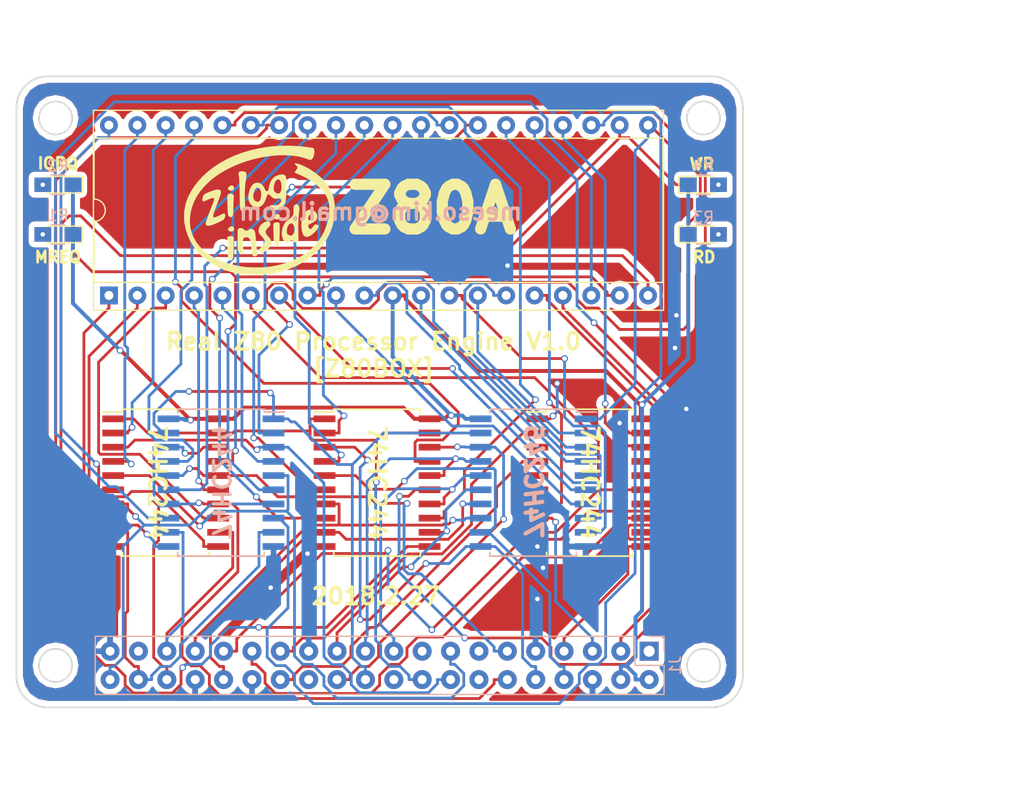
<source format=kicad_pcb>
(kicad_pcb (version 4) (host pcbnew 4.0.7)
  (layers (0 F.Cu signal) (31 B.Cu signal) (34 B.Paste user) (35 F.Paste user) (36 B.SilkS user) (37 F.SilkS user) (38 B.Mask user) (39 F.Mask user) (44 Edge.Cuts user))
  (net 0 "")
  (net 1 /3V3)
  (net 2 +5V)
  (net 3 /R18)
  (net 4 /R19)
  (net 5 GND)
  (net 6 /RCLK)
  (net 7 /R6)
  (net 8 /R7)
  (net 9 /R9)
  (net 10 /R10)
  (net 11 "Net-(J1-Pad13)")
  (net 12 /R14)
  (net 13 /R15)
  (net 14 /RLE0)
  (net 15 /R2)
  (net 16 /R1)
  (net 17 /RLE1)
  (net 18 /R3)
  (net 19 /R0)
  (net 20 "Net-(J1-Pad26)")
  (net 21 /R16)
  (net 22 /R17)
  (net 23 /R20)
  (net 24 /R4)
  (net 25 /R5)
  (net 26 /R11)
  (net 27 /R8)
  (net 28 "Net-(J1-Pad37)")
  (net 29 /R12)
  (net 30 /R13)
  (net 31 /A11)
  (net 32 /A12)
  (net 33 /A13)
  (net 34 /BUSACK)
  (net 35 /A14)
  (net 36 /WAIT)
  (net 37 /A15)
  (net 38 /BUSRQ)
  (net 39 /CLK)
  (net 40 /RESET)
  (net 41 /D4)
  (net 42 /M1)
  (net 43 /D3)
  (net 44 /RFSH)
  (net 45 /D5)
  (net 46 /D6)
  (net 47 /A0)
  (net 48 /A1)
  (net 49 /D2)
  (net 50 /A2)
  (net 51 /D7)
  (net 52 /A3)
  (net 53 /D0)
  (net 54 /A4)
  (net 55 /D1)
  (net 56 /A5)
  (net 57 /INT)
  (net 58 /A6)
  (net 59 /NMI)
  (net 60 /A7)
  (net 61 /HALT)
  (net 62 /A8)
  (net 63 /A9)
  (net 64 /A10)
  (net 65 MERQ)
  (net 66 IORQ)
  (net 67 RD)
  (net 68 WR)
  (net 69 "Net-(J1-Pad17)")
  (net 70 "Net-(U2-Pad3)")
  (net 71 "Net-(U2-Pad17)")
  (net 72 "Net-(D1-Pad2)")
  (net 73 "Net-(D2-Pad2)")
  (net 74 "Net-(D3-Pad2)")
  (net 75 "Net-(D4-Pad2)")
  (net 76 /R21)
  (module Housings_DIP:DIP-40_W15.24mm_Socket (layer F.Cu) (at 101.092 81.026 90)
    (fp_text reference U1 hide)
    (fp_text value Z80CPU)
    (pad 1 thru_hole rect (at 0 0 90) (size 1.6 1.6) (drill 0.8) (layers *.Cu *.Mask) (net 31 /A11))
    (pad 21 thru_hole oval (at 15.24 48.26 90) (size 1.6 1.6) (drill 0.8) (layers *.Cu *.Mask) (net 67 RD))
    (pad 2 thru_hole oval (at 0 2.54 90) (size 1.6 1.6) (drill 0.8) (layers *.Cu *.Mask) (net 32 /A12))
    (pad 22 thru_hole oval (at 15.24 45.72 90) (size 1.6 1.6) (drill 0.8) (layers *.Cu *.Mask) (net 68 WR))
    (pad 3 thru_hole oval (at 0 5.08 90) (size 1.6 1.6) (drill 0.8) (layers *.Cu *.Mask) (net 33 /A13))
    (pad 23 thru_hole oval (at 15.24 43.18 90) (size 1.6 1.6) (drill 0.8) (layers *.Cu *.Mask) (net 34 /BUSACK))
    (pad 4 thru_hole oval (at 0 7.62 90) (size 1.6 1.6) (drill 0.8) (layers *.Cu *.Mask) (net 35 /A14))
    (pad 24 thru_hole oval (at 15.24 40.64 90) (size 1.6 1.6) (drill 0.8) (layers *.Cu *.Mask) (net 36 /WAIT))
    (pad 5 thru_hole oval (at 0 10.16 90) (size 1.6 1.6) (drill 0.8) (layers *.Cu *.Mask) (net 37 /A15))
    (pad 25 thru_hole oval (at 15.24 38.1 90) (size 1.6 1.6) (drill 0.8) (layers *.Cu *.Mask) (net 38 /BUSRQ))
    (pad 6 thru_hole oval (at 0 12.7 90) (size 1.6 1.6) (drill 0.8) (layers *.Cu *.Mask) (net 39 /CLK))
    (pad 26 thru_hole oval (at 15.24 35.56 90) (size 1.6 1.6) (drill 0.8) (layers *.Cu *.Mask) (net 40 /RESET))
    (pad 7 thru_hole oval (at 0 15.24 90) (size 1.6 1.6) (drill 0.8) (layers *.Cu *.Mask) (net 41 /D4))
    (pad 27 thru_hole oval (at 15.24 33.02 90) (size 1.6 1.6) (drill 0.8) (layers *.Cu *.Mask) (net 42 /M1))
    (pad 8 thru_hole oval (at 0 17.78 90) (size 1.6 1.6) (drill 0.8) (layers *.Cu *.Mask) (net 43 /D3))
    (pad 28 thru_hole oval (at 15.24 30.48 90) (size 1.6 1.6) (drill 0.8) (layers *.Cu *.Mask) (net 44 /RFSH))
    (pad 9 thru_hole oval (at 0 20.32 90) (size 1.6 1.6) (drill 0.8) (layers *.Cu *.Mask) (net 45 /D5))
    (pad 29 thru_hole oval (at 15.24 27.94 90) (size 1.6 1.6) (drill 0.8) (layers *.Cu *.Mask) (net 5 GND))
    (pad 10 thru_hole oval (at 0 22.86 90) (size 1.6 1.6) (drill 0.8) (layers *.Cu *.Mask) (net 46 /D6))
    (pad 30 thru_hole oval (at 15.24 25.4 90) (size 1.6 1.6) (drill 0.8) (layers *.Cu *.Mask) (net 47 /A0))
    (pad 11 thru_hole oval (at 0 25.4 90) (size 1.6 1.6) (drill 0.8) (layers *.Cu *.Mask) (net 2 +5V))
    (pad 31 thru_hole oval (at 15.24 22.86 90) (size 1.6 1.6) (drill 0.8) (layers *.Cu *.Mask) (net 48 /A1))
    (pad 12 thru_hole oval (at 0 27.94 90) (size 1.6 1.6) (drill 0.8) (layers *.Cu *.Mask) (net 49 /D2))
    (pad 32 thru_hole oval (at 15.24 20.32 90) (size 1.6 1.6) (drill 0.8) (layers *.Cu *.Mask) (net 50 /A2))
    (pad 13 thru_hole oval (at 0 30.48 90) (size 1.6 1.6) (drill 0.8) (layers *.Cu *.Mask) (net 51 /D7))
    (pad 33 thru_hole oval (at 15.24 17.78 90) (size 1.6 1.6) (drill 0.8) (layers *.Cu *.Mask) (net 52 /A3))
    (pad 14 thru_hole oval (at 0 33.02 90) (size 1.6 1.6) (drill 0.8) (layers *.Cu *.Mask) (net 53 /D0))
    (pad 34 thru_hole oval (at 15.24 15.24 90) (size 1.6 1.6) (drill 0.8) (layers *.Cu *.Mask) (net 54 /A4))
    (pad 15 thru_hole oval (at 0 35.56 90) (size 1.6 1.6) (drill 0.8) (layers *.Cu *.Mask) (net 55 /D1))
    (pad 35 thru_hole oval (at 15.24 12.7 90) (size 1.6 1.6) (drill 0.8) (layers *.Cu *.Mask) (net 56 /A5))
    (pad 16 thru_hole oval (at 0 38.1 90) (size 1.6 1.6) (drill 0.8) (layers *.Cu *.Mask) (net 57 /INT))
    (pad 36 thru_hole oval (at 15.24 10.16 90) (size 1.6 1.6) (drill 0.8) (layers *.Cu *.Mask) (net 58 /A6))
    (pad 17 thru_hole oval (at 0 40.64 90) (size 1.6 1.6) (drill 0.8) (layers *.Cu *.Mask) (net 59 /NMI))
    (pad 37 thru_hole oval (at 15.24 7.62 90) (size 1.6 1.6) (drill 0.8) (layers *.Cu *.Mask) (net 60 /A7))
    (pad 18 thru_hole oval (at 0 43.18 90) (size 1.6 1.6) (drill 0.8) (layers *.Cu *.Mask) (net 61 /HALT))
    (pad 38 thru_hole oval (at 15.24 5.08 90) (size 1.6 1.6) (drill 0.8) (layers *.Cu *.Mask) (net 62 /A8))
    (pad 19 thru_hole oval (at 0 45.72 90) (size 1.6 1.6) (drill 0.8) (layers *.Cu *.Mask) (net 65 MERQ))
    (pad 39 thru_hole oval (at 15.24 2.54 90) (size 1.6 1.6) (drill 0.8) (layers *.Cu *.Mask) (net 63 /A9))
    (pad 20 thru_hole oval (at 0 48.26 90) (size 1.6 1.6) (drill 0.8) (layers *.Cu *.Mask) (net 66 IORQ))
    (pad 40 thru_hole oval (at 15.24 0 90) (size 1.6 1.6) (drill 0.8) (layers *.Cu *.Mask) (net 64 /A10))
  )
  (module Socket_Strips:Socket_Strip_Straight_2x20_Pitch2.54mm (layer B.Cu) (at 149.454 112.878 90)
    (fp_text reference J1 (at -1.27 2.33 90) (layer B.SilkS) (effects (justify mirror)))
    (fp_text value Raspberry_Pi_2_3)
    (pad 1 thru_hole rect (at 0 0 90) (size 1.7 1.7) (drill 1) (layers *.Cu *.Mask) (net 1 /3V3))
    (pad 2 thru_hole oval (at -2.54 0 90) (size 1.7 1.7) (drill 0.8) (layers *.Cu *.Mask) (net 2 +5V))
    (pad 3 thru_hole oval (at 0 -2.54 90) (size 1.7 1.7) (drill 0.8) (layers *.Cu *.Mask) (net 3 /R18))
    (pad 4 thru_hole oval (at -2.54 -2.54 90) (size 1.7 1.7) (drill 0.8) (layers *.Cu *.Mask) (net 2 +5V))
    (pad 5 thru_hole oval (at 0 -5.08 90) (size 1.7 1.7) (drill 0.8) (layers *.Cu *.Mask) (net 4 /R19))
    (pad 6 thru_hole oval (at -2.54 -5.08 90) (size 1.7 1.7) (drill 0.8) (layers *.Cu *.Mask) (net 5 GND))
    (pad 7 thru_hole oval (at 0 -7.62 90) (size 1.7 1.7) (drill 0.8) (layers *.Cu *.Mask) (net 6 /RCLK))
    (pad 8 thru_hole oval (at -2.54 -7.62 90) (size 1.7 1.7) (drill 0.8) (layers *.Cu *.Mask) (net 7 /R6))
    (pad 9 thru_hole oval (at 0 -10.16 90) (size 1.7 1.7) (drill 0.8) (layers *.Cu *.Mask) (net 5 GND))
    (pad 10 thru_hole oval (at -2.54 -10.16 90) (size 1.7 1.7) (drill 0.8) (layers *.Cu *.Mask) (net 8 /R7))
    (pad 11 thru_hole oval (at 0 -12.7 90) (size 1.7 1.7) (drill 0.8) (layers *.Cu *.Mask) (net 9 /R9))
    (pad 12 thru_hole oval (at -2.54 -12.7 90) (size 1.7 1.7) (drill 0.8) (layers *.Cu *.Mask) (net 10 /R10))
    (pad 13 thru_hole oval (at 0 -15.24 90) (size 1.7 1.7) (drill 0.8) (layers *.Cu *.Mask) (net 11 "Net-(J1-Pad13)"))
    (pad 14 thru_hole oval (at -2.54 -15.24 90) (size 1.7 1.7) (drill 0.8) (layers *.Cu *.Mask) (net 5 GND))
    (pad 15 thru_hole oval (at 0 -17.78 90) (size 1.7 1.7) (drill 0.8) (layers *.Cu *.Mask) (net 12 /R14))
    (pad 16 thru_hole oval (at -2.54 -17.78 90) (size 1.7 1.7) (drill 0.8) (layers *.Cu *.Mask) (net 13 /R15))
    (pad 17 thru_hole oval (at 0 -20.32 90) (size 1.7 1.7) (drill 0.8) (layers *.Cu *.Mask) (net 69 "Net-(J1-Pad17)"))
    (pad 18 thru_hole oval (at -2.54 -20.32 90) (size 1.7 1.7) (drill 0.8) (layers *.Cu *.Mask) (net 14 /RLE0))
    (pad 19 thru_hole oval (at 0 -22.86 90) (size 1.7 1.7) (drill 0.8) (layers *.Cu *.Mask) (net 15 /R2))
    (pad 20 thru_hole oval (at -2.54 -22.86 90) (size 1.7 1.7) (drill 0.8) (layers *.Cu *.Mask) (net 5 GND))
    (pad 21 thru_hole oval (at 0 -25.4 90) (size 1.7 1.7) (drill 0.8) (layers *.Cu *.Mask) (net 16 /R1))
    (pad 22 thru_hole oval (at -2.54 -25.4 90) (size 1.7 1.7) (drill 0.8) (layers *.Cu *.Mask) (net 17 /RLE1))
    (pad 23 thru_hole oval (at 0 -27.94 90) (size 1.7 1.7) (drill 0.8) (layers *.Cu *.Mask) (net 18 /R3))
    (pad 24 thru_hole oval (at -2.54 -27.94 90) (size 1.7 1.7) (drill 0.8) (layers *.Cu *.Mask) (net 19 /R0))
    (pad 25 thru_hole oval (at 0 -30.48 90) (size 1.7 1.7) (drill 0.8) (layers *.Cu *.Mask) (net 5 GND))
    (pad 26 thru_hole oval (at -2.54 -30.48 90) (size 1.7 1.7) (drill 0.8) (layers *.Cu *.Mask) (net 20 "Net-(J1-Pad26)"))
    (pad 27 thru_hole oval (at 0 -33.02 90) (size 1.7 1.7) (drill 0.8) (layers *.Cu *.Mask) (net 21 /R16))
    (pad 28 thru_hole oval (at -2.54 -33.02 90) (size 1.7 1.7) (drill 0.8) (layers *.Cu *.Mask) (net 22 /R17))
    (pad 29 thru_hole oval (at 0 -35.56 90) (size 1.7 1.7) (drill 0.8) (layers *.Cu *.Mask) (net 23 /R20))
    (pad 30 thru_hole oval (at -2.54 -35.56 90) (size 1.7 1.7) (drill 0.8) (layers *.Cu *.Mask) (net 5 GND))
    (pad 31 thru_hole oval (at 0 -38.1 90) (size 1.7 1.7) (drill 0.8) (layers *.Cu *.Mask) (net 76 /R21))
    (pad 32 thru_hole oval (at -2.54 -38.1 90) (size 1.7 1.7) (drill 0.8) (layers *.Cu *.Mask) (net 24 /R4))
    (pad 33 thru_hole oval (at 0 -40.64 90) (size 1.7 1.7) (drill 0.8) (layers *.Cu *.Mask) (net 25 /R5))
    (pad 34 thru_hole oval (at -2.54 -40.64 90) (size 1.7 1.7) (drill 0.8) (layers *.Cu *.Mask) (net 5 GND))
    (pad 35 thru_hole oval (at 0 -43.18 90) (size 1.7 1.7) (drill 0.8) (layers *.Cu *.Mask) (net 26 /R11))
    (pad 36 thru_hole oval (at -2.54 -43.18 90) (size 1.7 1.7) (drill 0.8) (layers *.Cu *.Mask) (net 27 /R8))
    (pad 37 thru_hole oval (at 0 -45.72 90) (size 1.7 1.7) (drill 0.8) (layers *.Cu *.Mask) (net 28 "Net-(J1-Pad37)"))
    (pad 38 thru_hole oval (at -2.54 -45.72 90) (size 1.7 1.7) (drill 0.8) (layers *.Cu *.Mask) (net 29 /R12))
    (pad 39 thru_hole oval (at 0 -48.26 90) (size 1.7 1.7) (drill 0.8) (layers *.Cu *.Mask) (net 5 GND))
    (pad 40 thru_hole oval (at -2.54 -48.26 90) (size 1.7 1.7) (drill 0.8) (layers *.Cu *.Mask) (net 30 /R13))
  )
  (module Resistors_SMD:R_0805_HandSoldering (layer B.Cu) (at 96.52 75.565 180)
    (fp_text reference R1 (at 0 1.7 180) (layer B.SilkS) (effects (justify mirror)))
    (fp_text value R)
    (pad 1 smd rect (at -1.35 0 180) (size 1.5 1.3) (layers B.Cu B.Paste B.Mask) (net 2 +5V))
    (pad 2 smd rect (at 1.35 0 180) (size 1.5 1.3) (layers B.Cu B.Paste B.Mask) (net 72 "Net-(D1-Pad2)"))
  )
  (module Resistors_SMD:R_0805_HandSoldering (layer B.Cu) (at 96.52 71.12 180)
    (fp_text reference R2 (at 0 1.7 180) (layer B.SilkS) (effects (justify mirror)))
    (fp_text value R)
    (pad 1 smd rect (at -1.35 0 180) (size 1.5 1.3) (layers B.Cu B.Paste B.Mask) (net 2 +5V))
    (pad 2 smd rect (at 1.35 0 180) (size 1.5 1.3) (layers B.Cu B.Paste B.Mask) (net 73 "Net-(D2-Pad2)"))
  )
  (module Resistors_SMD:R_0805_HandSoldering (layer B.Cu) (at 154.305 75.565)
    (fp_text reference R3 (at 0 -1.524) (layer B.SilkS) (effects (justify mirror)))
    (fp_text value R)
    (pad 1 smd rect (at -1.35 0) (size 1.5 1.3) (layers B.Cu B.Paste B.Mask) (net 2 +5V))
    (pad 2 smd rect (at 1.35 0) (size 1.5 1.3) (layers B.Cu B.Paste B.Mask) (net 74 "Net-(D3-Pad2)"))
  )
  (module Resistors_SMD:R_0805_HandSoldering (layer B.Cu) (at 154.305 71.12)
    (fp_text reference R4 (at 0 -1.778) (layer B.SilkS) (effects (justify mirror)))
    (fp_text value R)
    (pad 1 smd rect (at -1.35 0) (size 1.5 1.3) (layers B.Cu B.Paste B.Mask) (net 2 +5V))
    (pad 2 smd rect (at 1.35 0) (size 1.5 1.3) (layers B.Cu B.Paste B.Mask) (net 75 "Net-(D4-Pad2)"))
  )
  (module Housings_SOIC:SOIC-20W_7.5x12.8mm_Pitch1.27mm (layer B.Cu) (at 139.065 97.79 180)
    (fp_text reference U4 hide)
    (fp_text value 74HC245)
    (pad 1 smd rect (at -4.7 5.715 180) (size 1.95 0.6) (layers B.Cu B.Paste B.Mask) (net 67 RD))
    (pad 2 smd rect (at -4.7 4.445 180) (size 1.95 0.6) (layers B.Cu B.Paste B.Mask) (net 53 /D0))
    (pad 3 smd rect (at -4.7 3.175 180) (size 1.95 0.6) (layers B.Cu B.Paste B.Mask) (net 55 /D1))
    (pad 4 smd rect (at -4.7 1.905 180) (size 1.95 0.6) (layers B.Cu B.Paste B.Mask) (net 49 /D2))
    (pad 5 smd rect (at -4.7 0.635 180) (size 1.95 0.6) (layers B.Cu B.Paste B.Mask) (net 43 /D3))
    (pad 6 smd rect (at -4.7 -0.635 180) (size 1.95 0.6) (layers B.Cu B.Paste B.Mask) (net 41 /D4))
    (pad 7 smd rect (at -4.7 -1.905 180) (size 1.95 0.6) (layers B.Cu B.Paste B.Mask) (net 45 /D5))
    (pad 8 smd rect (at -4.7 -3.175 180) (size 1.95 0.6) (layers B.Cu B.Paste B.Mask) (net 46 /D6))
    (pad 9 smd rect (at -4.7 -4.445 180) (size 1.95 0.6) (layers B.Cu B.Paste B.Mask) (net 51 /D7))
    (pad 10 smd rect (at -4.7 -5.715 180) (size 1.95 0.6) (layers B.Cu B.Paste B.Mask) (net 5 GND))
    (pad 11 smd rect (at 4.7 -5.715 180) (size 1.95 0.6) (layers B.Cu B.Paste B.Mask) (net 8 /R7))
    (pad 12 smd rect (at 4.7 -4.445 180) (size 1.95 0.6) (layers B.Cu B.Paste B.Mask) (net 7 /R6))
    (pad 13 smd rect (at 4.7 -3.175 180) (size 1.95 0.6) (layers B.Cu B.Paste B.Mask) (net 25 /R5))
    (pad 14 smd rect (at 4.7 -1.905 180) (size 1.95 0.6) (layers B.Cu B.Paste B.Mask) (net 24 /R4))
    (pad 15 smd rect (at 4.7 -0.635 180) (size 1.95 0.6) (layers B.Cu B.Paste B.Mask) (net 18 /R3))
    (pad 16 smd rect (at 4.7 0.635 180) (size 1.95 0.6) (layers B.Cu B.Paste B.Mask) (net 15 /R2))
    (pad 17 smd rect (at 4.7 1.905 180) (size 1.95 0.6) (layers B.Cu B.Paste B.Mask) (net 16 /R1))
    (pad 18 smd rect (at 4.7 3.175 180) (size 1.95 0.6) (layers B.Cu B.Paste B.Mask) (net 19 /R0))
    (pad 19 smd rect (at 4.7 4.445 180) (size 1.95 0.6) (layers B.Cu B.Paste B.Mask) (net 17 /RLE1))
    (pad 20 smd rect (at 4.7 5.715 180) (size 1.95 0.6) (layers B.Cu B.Paste B.Mask) (net 2 +5V))
  )
  (module Housings_SOIC:SOIC-20W_7.5x12.8mm_Pitch1.27mm (layer F.Cu) (at 144.145 97.79)
    (fp_text reference U2 hide)
    (fp_text value 74LS244)
    (pad 1 smd rect (at -4.7 -5.715) (size 1.95 0.6) (layers F.Cu F.Paste F.Mask) (net 5 GND))
    (pad 2 smd rect (at -4.7 -4.445) (size 1.95 0.6) (layers F.Cu F.Paste F.Mask) (net 21 /R16))
    (pad 3 smd rect (at -4.7 -3.175) (size 1.95 0.6) (layers F.Cu F.Paste F.Mask) (net 70 "Net-(U2-Pad3)"))
    (pad 4 smd rect (at -4.7 -1.905) (size 1.95 0.6) (layers F.Cu F.Paste F.Mask) (net 22 /R17))
    (pad 5 smd rect (at -4.7 -0.635) (size 1.95 0.6) (layers F.Cu F.Paste F.Mask) (net 76 /R21))
    (pad 6 smd rect (at -4.7 0.635) (size 1.95 0.6) (layers F.Cu F.Paste F.Mask) (net 3 /R18))
    (pad 7 smd rect (at -4.7 1.905) (size 1.95 0.6) (layers F.Cu F.Paste F.Mask) (net 40 /RESET))
    (pad 8 smd rect (at -4.7 3.175) (size 1.95 0.6) (layers F.Cu F.Paste F.Mask) (net 4 /R19))
    (pad 9 smd rect (at -4.7 4.445) (size 1.95 0.6) (layers F.Cu F.Paste F.Mask) (net 39 /CLK))
    (pad 10 smd rect (at -4.7 5.715) (size 1.95 0.6) (layers F.Cu F.Paste F.Mask) (net 5 GND))
    (pad 11 smd rect (at 4.7 5.715) (size 1.95 0.6) (layers F.Cu F.Paste F.Mask) (net 6 /RCLK))
    (pad 12 smd rect (at 4.7 4.445) (size 1.95 0.6) (layers F.Cu F.Paste F.Mask) (net 38 /BUSRQ))
    (pad 13 smd rect (at 4.7 3.175) (size 1.95 0.6) (layers F.Cu F.Paste F.Mask) (net 23 /R20))
    (pad 14 smd rect (at 4.7 1.905) (size 1.95 0.6) (layers F.Cu F.Paste F.Mask) (net 59 /NMI))
    (pad 15 smd rect (at 4.7 0.635) (size 1.95 0.6) (layers F.Cu F.Paste F.Mask) (net 39 /CLK))
    (pad 16 smd rect (at 4.7 -0.635) (size 1.95 0.6) (layers F.Cu F.Paste F.Mask) (net 57 /INT))
    (pad 17 smd rect (at 4.7 -1.905) (size 1.95 0.6) (layers F.Cu F.Paste F.Mask) (net 71 "Net-(U2-Pad17)"))
    (pad 18 smd rect (at 4.7 -3.175) (size 1.95 0.6) (layers F.Cu F.Paste F.Mask) (net 36 /WAIT))
    (pad 19 smd rect (at 4.7 -4.445) (size 1.95 0.6) (layers F.Cu F.Paste F.Mask) (net 5 GND))
    (pad 20 smd rect (at 4.7 -5.715) (size 1.95 0.6) (layers F.Cu F.Paste F.Mask) (net 2 +5V))
  )
  (module Housings_SOIC:SOIC-20W_7.5x12.8mm_Pitch1.27mm (layer F.Cu) (at 106.172 97.79)
    (fp_text reference U3 hide)
    (fp_text value 74LS244)
    (pad 1 smd rect (at -4.7 -5.715) (size 1.95 0.6) (layers F.Cu F.Paste F.Mask) (net 14 /RLE0))
    (pad 2 smd rect (at -4.7 -4.445) (size 1.95 0.6) (layers F.Cu F.Paste F.Mask) (net 62 /A8))
    (pad 3 smd rect (at -4.7 -3.175) (size 1.95 0.6) (layers F.Cu F.Paste F.Mask) (net 13 /R15))
    (pad 4 smd rect (at -4.7 -1.905) (size 1.95 0.6) (layers F.Cu F.Paste F.Mask) (net 63 /A9))
    (pad 5 smd rect (at -4.7 -0.635) (size 1.95 0.6) (layers F.Cu F.Paste F.Mask) (net 12 /R14))
    (pad 6 smd rect (at -4.7 0.635) (size 1.95 0.6) (layers F.Cu F.Paste F.Mask) (net 64 /A10))
    (pad 7 smd rect (at -4.7 1.905) (size 1.95 0.6) (layers F.Cu F.Paste F.Mask) (net 30 /R13))
    (pad 8 smd rect (at -4.7 3.175) (size 1.95 0.6) (layers F.Cu F.Paste F.Mask) (net 31 /A11))
    (pad 9 smd rect (at -4.7 4.445) (size 1.95 0.6) (layers F.Cu F.Paste F.Mask) (net 29 /R12))
    (pad 10 smd rect (at -4.7 5.715) (size 1.95 0.6) (layers F.Cu F.Paste F.Mask) (net 5 GND))
    (pad 11 smd rect (at 4.7 5.715) (size 1.95 0.6) (layers F.Cu F.Paste F.Mask) (net 32 /A12))
    (pad 12 smd rect (at 4.7 4.445) (size 1.95 0.6) (layers F.Cu F.Paste F.Mask) (net 26 /R11))
    (pad 13 smd rect (at 4.7 3.175) (size 1.95 0.6) (layers F.Cu F.Paste F.Mask) (net 33 /A13))
    (pad 14 smd rect (at 4.7 1.905) (size 1.95 0.6) (layers F.Cu F.Paste F.Mask) (net 10 /R10))
    (pad 15 smd rect (at 4.7 0.635) (size 1.95 0.6) (layers F.Cu F.Paste F.Mask) (net 35 /A14))
    (pad 16 smd rect (at 4.7 -0.635) (size 1.95 0.6) (layers F.Cu F.Paste F.Mask) (net 9 /R9))
    (pad 17 smd rect (at 4.7 -1.905) (size 1.95 0.6) (layers F.Cu F.Paste F.Mask) (net 37 /A15))
    (pad 18 smd rect (at 4.7 -3.175) (size 1.95 0.6) (layers F.Cu F.Paste F.Mask) (net 27 /R8))
    (pad 19 smd rect (at 4.7 -4.445) (size 1.95 0.6) (layers F.Cu F.Paste F.Mask) (net 14 /RLE0))
    (pad 20 smd rect (at 4.7 -5.715) (size 1.95 0.6) (layers F.Cu F.Paste F.Mask) (net 2 +5V))
  )
  (module Housings_SOIC:SOIC-20W_7.5x12.8mm_Pitch1.27mm (layer B.Cu) (at 111.125 97.79 180)
    (fp_text reference U5 hide)
    (fp_text value 74LS244)
    (pad 1 smd rect (at -4.7 5.715 180) (size 1.95 0.6) (layers B.Cu B.Paste B.Mask) (net 17 /RLE1))
    (pad 2 smd rect (at -4.7 4.445 180) (size 1.95 0.6) (layers B.Cu B.Paste B.Mask) (net 67 RD))
    (pad 3 smd rect (at -4.7 3.175 180) (size 1.95 0.6) (layers B.Cu B.Paste B.Mask) (net 13 /R15))
    (pad 4 smd rect (at -4.7 1.905 180) (size 1.95 0.6) (layers B.Cu B.Paste B.Mask) (net 42 /M1))
    (pad 5 smd rect (at -4.7 0.635 180) (size 1.95 0.6) (layers B.Cu B.Paste B.Mask) (net 12 /R14))
    (pad 6 smd rect (at -4.7 -0.635 180) (size 1.95 0.6) (layers B.Cu B.Paste B.Mask) (net 65 MERQ))
    (pad 7 smd rect (at -4.7 -1.905 180) (size 1.95 0.6) (layers B.Cu B.Paste B.Mask) (net 30 /R13))
    (pad 8 smd rect (at -4.7 -3.175 180) (size 1.95 0.6) (layers B.Cu B.Paste B.Mask) (net 34 /BUSACK))
    (pad 9 smd rect (at -4.7 -4.445 180) (size 1.95 0.6) (layers B.Cu B.Paste B.Mask) (net 29 /R12))
    (pad 10 smd rect (at -4.7 -5.715 180) (size 1.95 0.6) (layers B.Cu B.Paste B.Mask) (net 5 GND))
    (pad 11 smd rect (at 4.7 -5.715 180) (size 1.95 0.6) (layers B.Cu B.Paste B.Mask) (net 66 IORQ))
    (pad 12 smd rect (at 4.7 -4.445 180) (size 1.95 0.6) (layers B.Cu B.Paste B.Mask) (net 26 /R11))
    (pad 13 smd rect (at 4.7 -3.175 180) (size 1.95 0.6) (layers B.Cu B.Paste B.Mask) (net 61 /HALT))
    (pad 14 smd rect (at 4.7 -1.905 180) (size 1.95 0.6) (layers B.Cu B.Paste B.Mask) (net 10 /R10))
    (pad 15 smd rect (at 4.7 -0.635 180) (size 1.95 0.6) (layers B.Cu B.Paste B.Mask) (net 68 WR))
    (pad 16 smd rect (at 4.7 0.635 180) (size 1.95 0.6) (layers B.Cu B.Paste B.Mask) (net 9 /R9))
    (pad 17 smd rect (at 4.7 1.905 180) (size 1.95 0.6) (layers B.Cu B.Paste B.Mask) (net 44 /RFSH))
    (pad 18 smd rect (at 4.7 3.175 180) (size 1.95 0.6) (layers B.Cu B.Paste B.Mask) (net 27 /R8))
    (pad 19 smd rect (at 4.7 4.445 180) (size 1.95 0.6) (layers B.Cu B.Paste B.Mask) (net 17 /RLE1))
    (pad 20 smd rect (at 4.7 5.715 180) (size 1.95 0.6) (layers B.Cu B.Paste B.Mask) (net 2 +5V))
  )
  (module Housings_SOIC:SOIC-20W_7.5x12.8mm_Pitch1.27mm (layer F.Cu) (at 125.095 97.79)
    (fp_text reference U6 hide)
    (fp_text value 74LS244)
    (pad 1 smd rect (at -4.7 -5.715) (size 1.95 0.6) (layers F.Cu F.Paste F.Mask) (net 14 /RLE0))
    (pad 2 smd rect (at -4.7 -4.445) (size 1.95 0.6) (layers F.Cu F.Paste F.Mask) (net 47 /A0))
    (pad 3 smd rect (at -4.7 -3.175) (size 1.95 0.6) (layers F.Cu F.Paste F.Mask) (net 8 /R7))
    (pad 4 smd rect (at -4.7 -1.905) (size 1.95 0.6) (layers F.Cu F.Paste F.Mask) (net 48 /A1))
    (pad 5 smd rect (at -4.7 -0.635) (size 1.95 0.6) (layers F.Cu F.Paste F.Mask) (net 7 /R6))
    (pad 6 smd rect (at -4.7 0.635) (size 1.95 0.6) (layers F.Cu F.Paste F.Mask) (net 50 /A2))
    (pad 7 smd rect (at -4.7 1.905) (size 1.95 0.6) (layers F.Cu F.Paste F.Mask) (net 25 /R5))
    (pad 8 smd rect (at -4.7 3.175) (size 1.95 0.6) (layers F.Cu F.Paste F.Mask) (net 52 /A3))
    (pad 9 smd rect (at -4.7 4.445) (size 1.95 0.6) (layers F.Cu F.Paste F.Mask) (net 24 /R4))
    (pad 10 smd rect (at -4.7 5.715) (size 1.95 0.6) (layers F.Cu F.Paste F.Mask) (net 5 GND))
    (pad 11 smd rect (at 4.7 5.715) (size 1.95 0.6) (layers F.Cu F.Paste F.Mask) (net 54 /A4))
    (pad 12 smd rect (at 4.7 4.445) (size 1.95 0.6) (layers F.Cu F.Paste F.Mask) (net 18 /R3))
    (pad 13 smd rect (at 4.7 3.175) (size 1.95 0.6) (layers F.Cu F.Paste F.Mask) (net 56 /A5))
    (pad 14 smd rect (at 4.7 1.905) (size 1.95 0.6) (layers F.Cu F.Paste F.Mask) (net 15 /R2))
    (pad 15 smd rect (at 4.7 0.635) (size 1.95 0.6) (layers F.Cu F.Paste F.Mask) (net 58 /A6))
    (pad 16 smd rect (at 4.7 -0.635) (size 1.95 0.6) (layers F.Cu F.Paste F.Mask) (net 16 /R1))
    (pad 17 smd rect (at 4.7 -1.905) (size 1.95 0.6) (layers F.Cu F.Paste F.Mask) (net 60 /A7))
    (pad 18 smd rect (at 4.7 -3.175) (size 1.95 0.6) (layers F.Cu F.Paste F.Mask) (net 19 /R0))
    (pad 19 smd rect (at 4.7 -4.445) (size 1.95 0.6) (layers F.Cu F.Paste F.Mask) (net 14 /RLE0))
    (pad 20 smd rect (at 4.7 -5.715) (size 1.95 0.6) (layers F.Cu F.Paste F.Mask) (net 2 +5V))
  )
  (module LEDs:LED_0805_HandSoldering (layer F.Cu) (at 96.52 75.565 180)
    (fp_text reference D1 hide)
    (fp_text value LED_Small)
    (pad 1 smd rect (at -1.35 0 180) (size 1.5 1.3) (layers F.Cu F.Paste F.Mask) (net 65 MERQ))
    (pad 2 smd rect (at 1.35 0 180) (size 1.5 1.3) (layers F.Cu F.Paste F.Mask) (net 72 "Net-(D1-Pad2)"))
  )
  (module LEDs:LED_0805_HandSoldering (layer F.Cu) (at 96.52 71.12 180)
    (fp_text reference D2 hide)
    (fp_text value LED_Small)
    (pad 1 smd rect (at -1.35 0 180) (size 1.5 1.3) (layers F.Cu F.Paste F.Mask) (net 66 IORQ))
    (pad 2 smd rect (at 1.35 0 180) (size 1.5 1.3) (layers F.Cu F.Paste F.Mask) (net 73 "Net-(D2-Pad2)"))
  )
  (module LEDs:LED_0805_HandSoldering (layer F.Cu) (at 154.305 75.565)
    (fp_text reference D3 hide)
    (fp_text value LED_Small)
    (pad 1 smd rect (at -1.35 0) (size 1.5 1.3) (layers F.Cu F.Paste F.Mask) (net 67 RD))
    (pad 2 smd rect (at 1.35 0) (size 1.5 1.3) (layers F.Cu F.Paste F.Mask) (net 74 "Net-(D3-Pad2)"))
  )
  (module LEDs:LED_0805_HandSoldering (layer F.Cu) (at 154.305 71.12)
    (fp_text reference D4 hide)
    (fp_text value LED_Small)
    (pad 1 smd rect (at -1.35 0) (size 1.5 1.3) (layers F.Cu F.Paste F.Mask) (net 68 WR))
    (pad 2 smd rect (at 1.35 0) (size 1.5 1.3) (layers F.Cu F.Paste F.Mask) (net 75 "Net-(D4-Pad2)"))
  )
  (module 8BIT:zilog_inside_logo (layer F.Cu) (at 114.554 73.406)
    (fp_text reference G*** hide)
    (fp_text value LOGO hide)
  )
  (gr_text Z80A (at 129.9845 73.279) (layer F.SilkS) (effects (font (size 4 4) (thickness 1))))
  (gr_text meeso.kim@gmail.com (at 125.4125 73.533) (layer B.SilkS) (effects (font (size 1.5 1.5) (thickness 0.3)) (justify mirror)))
  (gr_text 2018.2.27 (at 124.968 107.95) (layer F.SilkS) (effects (font (size 1.5 1.5) (thickness 0.3))))
  (gr_text 74HC244 (at 111.125 97.79 270) (layer B.SilkS) (effects (font (size 1.5 1.5) (thickness 0.3)) (justify mirror)))
  (gr_text 74HC245 (at 139.065 97.79 270) (layer B.SilkS) (effects (font (size 1.5 1.5) (thickness 0.375) italic) (justify mirror)))
  (gr_text 74HC244 (at 144.145 97.79 270) (layer F.SilkS) (effects (font (size 1.5 1.5) (thickness 0.3))))
  (gr_text 74HC244 (at 125.095 97.79 270) (layer F.SilkS) (effects (font (size 1.5 1.5) (thickness 0.3))))
  (gr_text 74HC244 (at 105.41 97.79 270) (layer F.SilkS) (effects (font (size 1.5 1.5) (thickness 0.3))))
  (gr_text "Real Z80 Processor Engine V1.0\n[Z80BOX]" (at 124.7775 86.36) (layer F.SilkS) (effects (font (size 1.5 1.5) (thickness 0.3))))
  (gr_text IORQ (at 96.52 69.215) (layer F.SilkS) (effects (font (size 1 1) (thickness 0.25))))
  (gr_text MREQ (at 96.52 77.597) (layer F.SilkS) (effects (font (size 1 1) (thickness 0.25))))
  (gr_text WR (at 154.178 69.2785) (layer F.SilkS) (effects (font (size 1 1) (thickness 0.25))))
  (gr_text RD (at 154.3685 77.597) (layer F.SilkS) (effects (font (size 1 1) (thickness 0.25))))
  (gr_arc (start 95.6056 64.2112) (end 92.8116 64.2112) (angle 91.02303019) (layer Edge.Cuts) (width 0.15))
  (gr_arc (start 155.0416 64.2112) (end 155.0416 61.4172) (angle 91.02303019) (layer Edge.Cuts) (width 0.15))
  (gr_circle (center 96.316487 65.14592) (end 95.148087 64.23152) (layer Edge.Cuts) (width 0.15))
  (gr_circle (center 154.309767 65.14592) (end 153.141367 64.23152) (layer Edge.Cuts) (width 0.15))
  (gr_circle (center 96.31172 114.147913) (end 95.14332 113.233513) (layer Edge.Cuts) (width 0.15))
  (gr_circle (center 154.32024 114.1476) (end 153.15184 113.2332) (layer Edge.Cuts) (width 0.15))
  (gr_arc (start 95.605155 115.111885) (end 95.605155 117.905885) (angle 91.02303019) (layer Edge.Cuts) (width 0.15))
  (gr_arc (start 155.0416 115.113245) (end 157.8356 115.113245) (angle 91.02303019) (layer Edge.Cuts) (width 0.15))
  (gr_line (start 155.0416 61.4172) (end 95.655485 61.4172) (layer Edge.Cuts) (width 0.15))
  (gr_line (start 92.8116 64.212) (end 92.8116 115.062) (layer Edge.Cuts) (width 0.15))
  (gr_line (start 154.991715 117.9068) (end 95.605155 117.9068) (layer Edge.Cuts) (width 0.15))
  (gr_line (start 157.8356 64.261085) (end 157.8356 115.113245) (layer Edge.Cuts) (width 0.15))
  (via (at 108.3963 92.1868) (size 0.6) (layers F.Cu B.Cu) (net 2))
  (via (at 102.0908 85.9537) (size 0.6) (layers F.Cu B.Cu) (net 2))
  (via (at 131.7403 91.7769) (size 0.6) (layers F.Cu B.Cu) (net 2))
  (segment (start 97.87 71.12) (end 97.87 76.2) (width 0.35) (layer B.Cu) (net 2))
  (segment (start 152.955 75.565) (end 152.955 71.12) (width 0.35) (layer B.Cu) (net 2))
  (segment (start 107.8871 92.1868) (end 107.7753 92.075) (width 0.35) (layer B.Cu) (net 2))
  (segment (start 108.3963 92.1868) (end 107.8871 92.1868) (width 0.35) (layer B.Cu) (net 2))
  (segment (start 106.425 92.075) (end 107.7753 92.075) (width 0.35) (layer B.Cu) (net 2))
  (segment (start 108.5081 92.075) (end 108.3963 92.1868) (width 0.35) (layer F.Cu) (net 2))
  (segment (start 110.872 92.075) (end 108.5081 92.075) (width 0.35) (layer F.Cu) (net 2))
  (segment (start 97.87 81.7329) (end 97.87 76.2) (width 0.35) (layer B.Cu) (net 2))
  (segment (start 102.0908 85.9537) (end 97.87 81.7329) (width 0.35) (layer B.Cu) (net 2))
  (segment (start 102.1632 85.9537) (end 102.0908 85.9537) (width 0.35) (layer F.Cu) (net 2))
  (segment (start 108.3963 92.1868) (end 102.1632 85.9537) (width 0.35) (layer F.Cu) (net 2))
  (segment (start 146.914 115.418) (end 146.914 114.1927) (width 0.35) (layer B.Cu) (net 2))
  (segment (start 149.454 115.418) (end 148.2287 115.418) (width 0.35) (layer B.Cu) (net 2))
  (segment (start 148.2287 114.9996) (end 148.2287 115.418) (width 0.35) (layer B.Cu) (net 2))
  (segment (start 147.4218 114.1927) (end 148.2287 114.9996) (width 0.35) (layer B.Cu) (net 2))
  (segment (start 147.4218 114.1927) (end 146.914 114.1927) (width 0.35) (layer B.Cu) (net 2))
  (segment (start 152.955 86.6605) (end 152.955 75.565) (width 0.35) (layer B.Cu) (net 2))
  (segment (start 148.2286 113.3859) (end 147.4218 114.1927) (width 0.35) (layer B.Cu) (net 2))
  (segment (start 148.2286 109.829) (end 148.2286 113.3859) (width 0.35) (layer B.Cu) (net 2))
  (segment (start 148.8182 109.2394) (end 148.2286 109.829) (width 0.35) (layer B.Cu) (net 2))
  (segment (start 126.492 81.026) (end 127.6673 81.026) (width 0.35) (layer F.Cu) (net 2))
  (segment (start 110.872 92.075) (end 112.2223 92.075) (width 0.35) (layer F.Cu) (net 2))
  (segment (start 127.4409 91.0712) (end 128.4447 92.075) (width 0.35) (layer F.Cu) (net 2))
  (segment (start 113.2261 91.0712) (end 127.4409 91.0712) (width 0.35) (layer F.Cu) (net 2))
  (segment (start 112.2223 92.075) (end 113.2261 91.0712) (width 0.35) (layer F.Cu) (net 2))
  (segment (start 129.4575 92.075) (end 128.4447 92.075) (width 0.35) (layer F.Cu) (net 2))
  (segment (start 129.795 92.075) (end 129.4575 92.075) (width 0.35) (layer F.Cu) (net 2))
  (segment (start 127.6673 81.3777) (end 127.6673 81.026) (width 0.35) (layer F.Cu) (net 2))
  (segment (start 134.0798 87.7902) (end 127.6673 81.3777) (width 0.35) (layer F.Cu) (net 2))
  (segment (start 145.5911 87.7902) (end 134.0798 87.7902) (width 0.35) (layer F.Cu) (net 2))
  (segment (start 129.795 92.075) (end 131.1453 92.075) (width 0.35) (layer F.Cu) (net 2))
  (segment (start 131.4434 91.7769) (end 131.7403 91.7769) (width 0.35) (layer F.Cu) (net 2))
  (segment (start 131.1453 92.075) (end 131.4434 91.7769) (width 0.35) (layer F.Cu) (net 2))
  (segment (start 134.365 92.075) (end 133.0147 92.075) (width 0.35) (layer B.Cu) (net 2))
  (segment (start 132.7166 91.7769) (end 133.0147 92.075) (width 0.35) (layer B.Cu) (net 2))
  (segment (start 131.7403 91.7769) (end 132.7166 91.7769) (width 0.35) (layer B.Cu) (net 2))
  (segment (start 126.492 86.5286) (end 126.492 81.026) (width 0.35) (layer B.Cu) (net 2))
  (segment (start 131.7403 91.7769) (end 126.492 86.5286) (width 0.35) (layer B.Cu) (net 2))
  (segment (start 148.8182 90.7973) (end 152.955 86.6605) (width 0.35) (layer B.Cu) (net 2))
  (segment (start 148.8182 90.7973) (end 148.8182 109.2394) (width 0.35) (layer B.Cu) (net 2))
  (segment (start 148.7082 90.9073) (end 145.5911 87.7902) (width 0.35) (layer F.Cu) (net 2))
  (via (at 148.8182 90.7973) (size 0.6) (layers F.Cu B.Cu) (net 2))
  (segment (start 148.7082 90.9073) (end 148.8182 90.7973) (width 0.35) (layer F.Cu) (net 2))
  (segment (start 148.7082 91.9382) (end 148.845 92.075) (width 0.35) (layer F.Cu) (net 2))
  (segment (start 148.7082 90.9073) (end 148.7082 91.9382) (width 0.35) (layer F.Cu) (net 2))
  (segment (start 150.1454 108.4713) (end 146.914 111.7027) (width 0.25) (layer F.Cu) (net 3))
  (segment (start 150.1454 103.0621) (end 150.1454 108.4713) (width 0.25) (layer F.Cu) (net 3))
  (segment (start 146.914 112.878) (end 146.914 111.7027) (width 0.25) (layer F.Cu) (net 3))
  (segment (start 149.9547 101.5904) (end 147.7352 101.5904) (width 0.25) (layer F.Cu) (net 3))
  (segment (start 150.1454 101.3997) (end 149.9547 101.5904) (width 0.25) (layer F.Cu) (net 3))
  (segment (start 150.1454 100.4678) (end 150.1454 101.3997) (width 0.25) (layer F.Cu) (net 3))
  (segment (start 147.7352 101.5904) (end 147.5447 101.7809) (width 0.25) (layer F.Cu) (net 3))
  (segment (start 147.5447 101.7809) (end 147.5447 102.6698) (width 0.25) (layer F.Cu) (net 3))
  (segment (start 149.9436 102.8603) (end 150.1454 103.0621) (width 0.25) (layer F.Cu) (net 3))
  (segment (start 147.7352 102.8603) (end 149.9436 102.8603) (width 0.25) (layer F.Cu) (net 3))
  (segment (start 147.5447 102.6698) (end 147.7352 102.8603) (width 0.25) (layer F.Cu) (net 3))
  (segment (start 141.5649 102.8603) (end 144.0856 100.3396) (width 0.25) (layer F.Cu) (net 3))
  (segment (start 138.3098 102.8603) (end 141.5649 102.8603) (width 0.25) (layer F.Cu) (net 3))
  (segment (start 138.1447 102.6952) (end 138.3098 102.8603) (width 0.25) (layer F.Cu) (net 3))
  (segment (start 138.1447 98.425) (end 138.1447 102.6952) (width 0.25) (layer F.Cu) (net 3))
  (segment (start 139.445 98.425) (end 138.1447 98.425) (width 0.25) (layer F.Cu) (net 3))
  (segment (start 150.0172 100.3396) (end 150.1454 100.4678) (width 0.25) (layer F.Cu) (net 3))
  (segment (start 144.0856 100.3396) (end 150.0172 100.3396) (width 0.25) (layer F.Cu) (net 3))
  (via (at 141.0762 101.318) (size 0.6) (layers F.Cu B.Cu) (net 4))
  (segment (start 140.7453 100.9871) (end 141.0762 101.318) (width 0.25) (layer F.Cu) (net 4))
  (segment (start 140.7453 100.965) (end 140.7453 100.9871) (width 0.25) (layer F.Cu) (net 4))
  (segment (start 141.0762 108.4049) (end 144.374 111.7027) (width 0.25) (layer B.Cu) (net 4))
  (segment (start 141.0762 101.318) (end 141.0762 108.4049) (width 0.25) (layer B.Cu) (net 4))
  (segment (start 139.445 100.965) (end 140.7453 100.965) (width 0.25) (layer F.Cu) (net 4))
  (segment (start 144.374 112.878) (end 144.374 111.7027) (width 0.25) (layer B.Cu) (net 4))
  (segment (start 136.779 78.232) (end 136.779 78.359) (width 0.25) (layer B.Cu) (net 5))
  (via (at 152.781 91.186) (size 0.6) (drill 0.4) (layers F.Cu B.Cu) (net 5))
  (segment (start 152.781 86.741) (end 152.781 91.186) (width 0.25) (layer F.Cu) (net 5))
  (segment (start 151.765 85.725) (end 152.781 86.741) (width 0.25) (layer F.Cu) (net 5))
  (via (at 151.765 85.725) (size 0.6) (drill 0.4) (layers F.Cu B.Cu) (net 5))
  (segment (start 151.765 82.931) (end 151.765 85.725) (width 0.25) (layer B.Cu) (net 5))
  (segment (start 151.892 82.804) (end 151.765 82.931) (width 0.25) (layer B.Cu) (net 5))
  (via (at 151.892 82.804) (size 0.6) (drill 0.4) (layers F.Cu B.Cu) (net 5))
  (segment (start 151.511 83.185) (end 151.892 82.804) (width 0.25) (layer F.Cu) (net 5))
  (segment (start 148.717 83.185) (end 151.511 83.185) (width 0.25) (layer F.Cu) (net 5))
  (segment (start 148.209 82.677) (end 148.717 83.185) (width 0.25) (layer F.Cu) (net 5))
  (segment (start 148.209 80.01) (end 148.209 82.677) (width 0.25) (layer F.Cu) (net 5))
  (segment (start 146.685 78.486) (end 148.209 80.01) (width 0.25) (layer F.Cu) (net 5))
  (segment (start 136.906 78.486) (end 146.685 78.486) (width 0.25) (layer F.Cu) (net 5))
  (segment (start 136.779 78.359) (end 136.906 78.486) (width 0.25) (layer F.Cu) (net 5))
  (via (at 136.779 78.359) (size 0.6) (drill 0.4) (layers F.Cu B.Cu) (net 5))
  (segment (start 129.032 65.786) (end 129.032 76.835) (width 0.25) (layer B.Cu) (net 5))
  (segment (start 130.556 78.359) (end 136.652 78.359) (width 0.25) (layer B.Cu) (net 5))
  (segment (start 129.032 76.835) (end 130.556 78.359) (width 0.25) (layer B.Cu) (net 5))
  (segment (start 139.445 92.075) (end 140.589 92.075) (width 0.25) (layer F.Cu) (net 5))
  (via (at 141.224 88.9) (size 0.6) (drill 0.4) (layers F.Cu B.Cu) (net 5))
  (segment (start 141.224 91.44) (end 141.224 88.9) (width 0.25) (layer B.Cu) (net 5))
  (segment (start 140.843 91.821) (end 141.224 91.44) (width 0.25) (layer B.Cu) (net 5))
  (via (at 140.843 91.821) (size 0.6) (drill 0.4) (layers F.Cu B.Cu) (net 5))
  (segment (start 140.589 92.075) (end 140.843 91.821) (width 0.25) (layer F.Cu) (net 5))
  (via (at 139.445 103.505) (size 0.6) (drill 0.4) (layers F.Cu B.Cu) (net 5))
  (segment (start 139.446 103.632) (end 139.446 103.506) (width 0.25) (layer B.Cu) (net 5))
  (segment (start 139.446 103.506) (end 139.445 103.505) (width 0.25) (layer B.Cu) (net 5))
  (segment (start 139.294 112.878) (end 139.294 108.306) (width 0.25) (layer B.Cu) (net 5))
  (via (at 139.954 105.41) (size 0.6) (drill 0.4) (layers F.Cu B.Cu) (net 5))
  (segment (start 139.954 107.696) (end 139.954 105.41) (width 0.25) (layer F.Cu) (net 5))
  (segment (start 139.446 108.204) (end 139.954 107.696) (width 0.25) (layer F.Cu) (net 5))
  (via (at 139.446 108.204) (size 0.6) (drill 0.4) (layers F.Cu B.Cu) (net 5))
  (segment (start 139.396 108.204) (end 139.446 108.204) (width 0.25) (layer B.Cu) (net 5))
  (segment (start 139.294 108.306) (end 139.396 108.204) (width 0.25) (layer B.Cu) (net 5))
  (segment (start 120.395 103.505) (end 119.507 103.505) (width 0.25) (layer F.Cu) (net 5))
  (segment (start 119.507 103.505) (end 118.872 104.14) (width 0.25) (layer F.Cu) (net 5))
  (via (at 118.872 104.14) (size 0.6) (drill 0.4) (layers F.Cu B.Cu) (net 5))
  (segment (start 120.395 103.505) (end 119.253 103.505) (width 0.25) (layer F.Cu) (net 5))
  (via (at 115.57 107.188) (size 0.6) (drill 0.4) (layers F.Cu B.Cu) (net 5))
  (segment (start 119.253 103.505) (end 115.57 107.188) (width 0.25) (layer F.Cu) (net 5))
  (segment (start 148.845 93.345) (end 147.701 93.345) (width 0.25) (layer F.Cu) (net 5))
  (via (at 146.812 92.456) (size 0.6) (drill 0.4) (layers F.Cu B.Cu) (net 5))
  (segment (start 147.701 93.345) (end 146.812 92.456) (width 0.25) (layer F.Cu) (net 5))
  (segment (start 147.5447 105.992) (end 141.834 111.7027) (width 0.25) (layer F.Cu) (net 6))
  (segment (start 147.5447 103.505) (end 147.5447 105.992) (width 0.25) (layer F.Cu) (net 6))
  (segment (start 148.845 103.505) (end 147.5447 103.505) (width 0.25) (layer F.Cu) (net 6))
  (segment (start 141.834 112.878) (end 141.834 111.7027) (width 0.25) (layer F.Cu) (net 6))
  (via (at 127.5402 97.6553) (size 0.6) (layers F.Cu B.Cu) (net 7))
  (segment (start 134.365 102.235) (end 135.1178 102.235) (width 0.25) (layer B.Cu) (net 7))
  (segment (start 141.4667 114.2427) (end 141.834 114.2427) (width 0.25) (layer B.Cu) (net 7))
  (segment (start 140.564 113.34) (end 141.4667 114.2427) (width 0.25) (layer B.Cu) (net 7))
  (segment (start 140.564 107.6812) (end 140.564 113.34) (width 0.25) (layer B.Cu) (net 7))
  (segment (start 135.1178 102.235) (end 140.564 107.6812) (width 0.25) (layer B.Cu) (net 7))
  (segment (start 141.834 115.418) (end 141.834 114.2427) (width 0.25) (layer B.Cu) (net 7))
  (segment (start 126.8197 98.3758) (end 127.5402 97.6553) (width 0.25) (layer F.Cu) (net 7))
  (segment (start 124.3847 98.3758) (end 126.8197 98.3758) (width 0.25) (layer F.Cu) (net 7))
  (segment (start 123.1639 97.155) (end 124.3847 98.3758) (width 0.25) (layer F.Cu) (net 7))
  (segment (start 120.395 97.155) (end 123.1639 97.155) (width 0.25) (layer F.Cu) (net 7))
  (segment (start 135.6803 101.6725) (end 135.1178 102.235) (width 0.25) (layer B.Cu) (net 7))
  (segment (start 135.6803 96.6798) (end 135.6803 101.6725) (width 0.25) (layer B.Cu) (net 7))
  (segment (start 135.5301 96.5296) (end 135.6803 96.6798) (width 0.25) (layer B.Cu) (net 7))
  (segment (start 128.6659 96.5296) (end 135.5301 96.5296) (width 0.25) (layer B.Cu) (net 7))
  (segment (start 127.5402 97.6553) (end 128.6659 96.5296) (width 0.25) (layer B.Cu) (net 7))
  (via (at 124.2445 95.7638) (size 0.6) (layers F.Cu B.Cu) (net 8))
  (via (at 123.582 110.0428) (size 0.6) (layers F.Cu B.Cu) (net 8))
  (via (at 129.4635 105.0245) (size 0.6) (layers F.Cu B.Cu) (net 8))
  (segment (start 138.9266 114.2427) (end 139.294 114.2427) (width 0.25) (layer B.Cu) (net 8))
  (segment (start 138.1187 113.4348) (end 138.9266 114.2427) (width 0.25) (layer B.Cu) (net 8))
  (segment (start 138.1187 105.9584) (end 138.1187 113.4348) (width 0.25) (layer B.Cu) (net 8))
  (segment (start 135.6653 103.505) (end 138.1187 105.9584) (width 0.25) (layer B.Cu) (net 8))
  (segment (start 134.365 103.505) (end 135.6653 103.505) (width 0.25) (layer B.Cu) (net 8))
  (segment (start 139.294 115.418) (end 139.294 114.2427) (width 0.25) (layer B.Cu) (net 8))
  (segment (start 123.0957 94.615) (end 124.2445 95.7638) (width 0.25) (layer F.Cu) (net 8))
  (segment (start 120.395 94.615) (end 123.0957 94.615) (width 0.25) (layer F.Cu) (net 8))
  (segment (start 123.582 96.4263) (end 123.582 110.0428) (width 0.25) (layer B.Cu) (net 8))
  (segment (start 124.2445 95.7638) (end 123.582 96.4263) (width 0.25) (layer B.Cu) (net 8))
  (segment (start 124.4452 110.0428) (end 129.4635 105.0245) (width 0.25) (layer F.Cu) (net 8))
  (segment (start 123.582 110.0428) (end 124.4452 110.0428) (width 0.25) (layer F.Cu) (net 8))
  (segment (start 131.5452 105.0245) (end 133.0647 103.505) (width 0.25) (layer B.Cu) (net 8))
  (segment (start 129.4635 105.0245) (end 131.5452 105.0245) (width 0.25) (layer B.Cu) (net 8))
  (segment (start 134.365 103.505) (end 133.0647 103.505) (width 0.25) (layer B.Cu) (net 8))
  (via (at 127.7822 99.6409) (size 0.6) (layers F.Cu B.Cu) (net 9))
  (via (at 108.306 96.5289) (size 0.6) (layers F.Cu B.Cu) (net 9))
  (segment (start 136.754 112.878) (end 135.5787 112.878) (width 0.25) (layer B.Cu) (net 9))
  (segment (start 135.5787 112.4984) (end 135.5787 112.878) (width 0.25) (layer B.Cu) (net 9))
  (segment (start 129.0319 105.9516) (end 135.5787 112.4984) (width 0.25) (layer B.Cu) (net 9))
  (segment (start 127.8788 105.9516) (end 129.0319 105.9516) (width 0.25) (layer B.Cu) (net 9))
  (segment (start 127.5125 105.5853) (end 127.8788 105.9516) (width 0.25) (layer B.Cu) (net 9))
  (segment (start 127.5125 99.9106) (end 127.5125 105.5853) (width 0.25) (layer B.Cu) (net 9))
  (segment (start 127.7822 99.6409) (end 127.5125 99.9106) (width 0.25) (layer B.Cu) (net 9))
  (segment (start 110.872 97.155) (end 112.1723 97.155) (width 0.25) (layer F.Cu) (net 9))
  (segment (start 107.7253 97.1096) (end 108.306 96.5289) (width 0.25) (layer B.Cu) (net 9))
  (segment (start 107.7253 97.155) (end 107.7253 97.1096) (width 0.25) (layer B.Cu) (net 9))
  (segment (start 108.9456 96.5289) (end 109.5717 97.155) (width 0.25) (layer F.Cu) (net 9))
  (segment (start 108.306 96.5289) (end 108.9456 96.5289) (width 0.25) (layer F.Cu) (net 9))
  (segment (start 110.872 97.155) (end 109.5717 97.155) (width 0.25) (layer F.Cu) (net 9))
  (segment (start 106.425 97.155) (end 107.7253 97.155) (width 0.25) (layer B.Cu) (net 9))
  (segment (start 124.9752 99.6409) (end 127.7822 99.6409) (width 0.25) (layer F.Cu) (net 9))
  (segment (start 124.3847 99.0504) (end 124.9752 99.6409) (width 0.25) (layer F.Cu) (net 9))
  (segment (start 116.1997 99.0504) (end 124.3847 99.0504) (width 0.25) (layer F.Cu) (net 9))
  (segment (start 114.3043 97.155) (end 116.1997 99.0504) (width 0.25) (layer F.Cu) (net 9))
  (segment (start 112.1723 97.155) (end 114.3043 97.155) (width 0.25) (layer F.Cu) (net 9))
  (via (at 109.1344 99.5974) (size 0.6) (layers F.Cu B.Cu) (net 10))
  (segment (start 135.5787 115.7853) (end 135.5787 115.418) (width 0.25) (layer F.Cu) (net 10))
  (segment (start 134.2512 117.1128) (end 135.5787 115.7853) (width 0.25) (layer F.Cu) (net 10))
  (segment (start 111.2988 117.1128) (end 134.2512 117.1128) (width 0.25) (layer F.Cu) (net 10))
  (segment (start 110.084 115.898) (end 111.2988 117.1128) (width 0.25) (layer F.Cu) (net 10))
  (segment (start 110.084 115.0038) (end 110.084 115.898) (width 0.25) (layer F.Cu) (net 10))
  (segment (start 109.2616 114.1814) (end 110.084 115.0038) (width 0.25) (layer F.Cu) (net 10))
  (segment (start 108.4532 114.1814) (end 109.2616 114.1814) (width 0.25) (layer F.Cu) (net 10))
  (segment (start 107.6386 113.3668) (end 108.4532 114.1814) (width 0.25) (layer F.Cu) (net 10))
  (segment (start 107.6386 110.757) (end 107.6386 113.3668) (width 0.25) (layer F.Cu) (net 10))
  (segment (start 112.6338 105.7618) (end 107.6386 110.757) (width 0.25) (layer F.Cu) (net 10))
  (segment (start 112.6338 100.1565) (end 112.6338 105.7618) (width 0.25) (layer F.Cu) (net 10))
  (segment (start 112.1723 99.695) (end 112.6338 100.1565) (width 0.25) (layer F.Cu) (net 10))
  (segment (start 136.754 115.418) (end 135.5787 115.418) (width 0.25) (layer F.Cu) (net 10))
  (segment (start 110.872 99.695) (end 112.1723 99.695) (width 0.25) (layer F.Cu) (net 10))
  (segment (start 109.0368 99.695) (end 109.1344 99.5974) (width 0.25) (layer B.Cu) (net 10))
  (segment (start 106.425 99.695) (end 109.0368 99.695) (width 0.25) (layer B.Cu) (net 10))
  (segment (start 109.4741 99.5974) (end 109.5717 99.695) (width 0.25) (layer F.Cu) (net 10))
  (segment (start 109.1344 99.5974) (end 109.4741 99.5974) (width 0.25) (layer F.Cu) (net 10))
  (segment (start 110.872 99.695) (end 109.5717 99.695) (width 0.25) (layer F.Cu) (net 10))
  (via (at 109.2246 101.6782) (size 0.6) (layers F.Cu B.Cu) (net 12))
  (segment (start 115.825 97.155) (end 117.1253 97.155) (width 0.25) (layer B.Cu) (net 12))
  (segment (start 131.674 112.878) (end 131.674 114.0533) (width 0.25) (layer B.Cu) (net 12))
  (segment (start 117.1253 100.2104) (end 117.1253 97.155) (width 0.25) (layer B.Cu) (net 12))
  (segment (start 116.9961 100.3396) (end 117.1253 100.2104) (width 0.25) (layer B.Cu) (net 12))
  (segment (start 110.5632 100.3396) (end 109.2246 101.6782) (width 0.25) (layer B.Cu) (net 12))
  (segment (start 116.9961 100.3396) (end 110.5632 100.3396) (width 0.25) (layer B.Cu) (net 12))
  (segment (start 104.7014 97.155) (end 102.7723 97.155) (width 0.25) (layer F.Cu) (net 12))
  (segment (start 109.2246 101.6782) (end 104.7014 97.155) (width 0.25) (layer F.Cu) (net 12))
  (segment (start 117.704 101.0475) (end 116.9961 100.3396) (width 0.25) (layer B.Cu) (net 12))
  (segment (start 117.704 113.309) (end 117.704 101.0475) (width 0.25) (layer B.Cu) (net 12))
  (segment (start 118.4484 114.0534) (end 117.704 113.309) (width 0.25) (layer B.Cu) (net 12))
  (segment (start 119.2736 114.0534) (end 118.4484 114.0534) (width 0.25) (layer B.Cu) (net 12))
  (segment (start 120.3387 115.1185) (end 119.2736 114.0534) (width 0.25) (layer B.Cu) (net 12))
  (segment (start 120.3387 115.9495) (end 120.3387 115.1185) (width 0.25) (layer B.Cu) (net 12))
  (segment (start 121.4621 117.0729) (end 120.3387 115.9495) (width 0.25) (layer B.Cu) (net 12))
  (segment (start 131.7509 117.0729) (end 121.4621 117.0729) (width 0.25) (layer B.Cu) (net 12))
  (segment (start 132.8548 115.969) (end 131.7509 117.0729) (width 0.25) (layer B.Cu) (net 12))
  (segment (start 132.8548 114.8668) (end 132.8548 115.969) (width 0.25) (layer B.Cu) (net 12))
  (segment (start 132.0413 114.0533) (end 132.8548 114.8668) (width 0.25) (layer B.Cu) (net 12))
  (segment (start 131.674 114.0533) (end 132.0413 114.0533) (width 0.25) (layer B.Cu) (net 12))
  (segment (start 101.472 97.155) (end 102.7723 97.155) (width 0.25) (layer F.Cu) (net 12))
  (via (at 114.3484 94.8414) (size 0.6) (layers F.Cu B.Cu) (net 13))
  (segment (start 114.5247 94.6651) (end 114.3484 94.8414) (width 0.25) (layer B.Cu) (net 13))
  (segment (start 114.5247 94.615) (end 114.5247 94.6651) (width 0.25) (layer B.Cu) (net 13))
  (segment (start 101.472 94.615) (end 102.7723 94.615) (width 0.25) (layer F.Cu) (net 13))
  (segment (start 115.1749 94.615) (end 114.5247 94.615) (width 0.25) (layer B.Cu) (net 13))
  (segment (start 114.224 94.8414) (end 114.3484 94.8414) (width 0.25) (layer F.Cu) (net 13))
  (segment (start 113.3626 93.98) (end 114.224 94.8414) (width 0.25) (layer F.Cu) (net 13))
  (segment (start 103.4073 93.98) (end 113.3626 93.98) (width 0.25) (layer F.Cu) (net 13))
  (segment (start 102.7723 94.615) (end 103.4073 93.98) (width 0.25) (layer F.Cu) (net 13))
  (segment (start 115.1749 94.615) (end 115.825 94.615) (width 0.25) (layer B.Cu) (net 13))
  (segment (start 130.4987 115.7854) (end 130.4987 115.418) (width 0.25) (layer B.Cu) (net 13))
  (segment (start 129.6908 116.5933) (end 130.4987 115.7854) (width 0.25) (layer B.Cu) (net 13))
  (segment (start 123.5016 116.5933) (end 129.6908 116.5933) (width 0.25) (layer B.Cu) (net 13))
  (segment (start 122.784 115.8757) (end 123.5016 116.5933) (width 0.25) (layer B.Cu) (net 13))
  (segment (start 122.784 114.9528) (end 122.784 115.8757) (width 0.25) (layer B.Cu) (net 13))
  (segment (start 121.9094 114.0782) (end 122.784 114.9528) (width 0.25) (layer B.Cu) (net 13))
  (segment (start 121.0494 114.0782) (end 121.9094 114.0782) (width 0.25) (layer B.Cu) (net 13))
  (segment (start 120.3386 113.3674) (end 121.0494 114.0782) (width 0.25) (layer B.Cu) (net 13))
  (segment (start 120.3386 97.8283) (end 120.3386 113.3674) (width 0.25) (layer B.Cu) (net 13))
  (segment (start 117.1253 94.615) (end 120.3386 97.8283) (width 0.25) (layer B.Cu) (net 13))
  (segment (start 115.825 94.615) (end 117.1253 94.615) (width 0.25) (layer B.Cu) (net 13))
  (segment (start 131.674 115.418) (end 130.4987 115.418) (width 0.25) (layer B.Cu) (net 13))
  (via (at 125.0303 97.7447) (size 0.6) (layers F.Cu B.Cu) (net 14))
  (segment (start 110.872 93.345) (end 109.5717 93.345) (width 0.25) (layer F.Cu) (net 14))
  (segment (start 101.472 92.075) (end 102.7723 92.075) (width 0.25) (layer F.Cu) (net 14))
  (segment (start 103.2903 92.075) (end 102.7723 92.075) (width 0.25) (layer F.Cu) (net 14))
  (segment (start 104.5603 93.345) (end 103.2903 92.075) (width 0.25) (layer F.Cu) (net 14))
  (segment (start 109.5717 93.345) (end 104.5603 93.345) (width 0.25) (layer F.Cu) (net 14))
  (segment (start 129.795 93.345) (end 128.4947 93.345) (width 0.25) (layer F.Cu) (net 14))
  (segment (start 120.395 92.075) (end 119.0947 92.075) (width 0.25) (layer F.Cu) (net 14))
  (segment (start 119.0947 93.1584) (end 119.0947 92.075) (width 0.25) (layer F.Cu) (net 14))
  (segment (start 112.3589 93.1584) (end 112.1723 93.345) (width 0.25) (layer F.Cu) (net 14))
  (segment (start 119.0947 93.1584) (end 112.3589 93.1584) (width 0.25) (layer F.Cu) (net 14))
  (segment (start 110.872 93.345) (end 112.1723 93.345) (width 0.25) (layer F.Cu) (net 14))
  (segment (start 127.9587 115.0506) (end 127.9587 115.418) (width 0.25) (layer B.Cu) (net 14))
  (segment (start 127.1508 114.2427) (end 127.9587 115.0506) (width 0.25) (layer B.Cu) (net 14))
  (segment (start 126.2577 114.2427) (end 127.1508 114.2427) (width 0.25) (layer B.Cu) (net 14))
  (segment (start 125.4186 113.4036) (end 126.2577 114.2427) (width 0.25) (layer B.Cu) (net 14))
  (segment (start 125.4186 112.3424) (end 125.4186 113.4036) (width 0.25) (layer B.Cu) (net 14))
  (segment (start 124.9683 111.8921) (end 125.4186 112.3424) (width 0.25) (layer B.Cu) (net 14))
  (segment (start 124.9683 97.8067) (end 124.9683 111.8921) (width 0.25) (layer B.Cu) (net 14))
  (segment (start 125.0303 97.7447) (end 124.9683 97.8067) (width 0.25) (layer B.Cu) (net 14))
  (segment (start 129.134 115.418) (end 127.9587 115.418) (width 0.25) (layer B.Cu) (net 14))
  (segment (start 125.0303 93.9896) (end 125.0303 97.7447) (width 0.25) (layer F.Cu) (net 14))
  (segment (start 125.6749 93.345) (end 125.0303 93.9896) (width 0.25) (layer F.Cu) (net 14))
  (segment (start 128.4947 93.345) (end 125.6749 93.345) (width 0.25) (layer F.Cu) (net 14))
  (segment (start 119.0947 93.7932) (end 119.0947 93.1584) (width 0.25) (layer F.Cu) (net 14))
  (segment (start 119.2911 93.9896) (end 119.0947 93.7932) (width 0.25) (layer F.Cu) (net 14))
  (segment (start 125.0303 93.9896) (end 119.2911 93.9896) (width 0.25) (layer F.Cu) (net 14))
  (via (at 131.829 98.3913) (size 0.6) (layers F.Cu B.Cu) (net 15))
  (segment (start 131.0953 99.125) (end 131.829 98.3913) (width 0.25) (layer F.Cu) (net 15))
  (segment (start 131.0953 99.695) (end 131.0953 99.125) (width 0.25) (layer F.Cu) (net 15))
  (segment (start 129.795 99.695) (end 131.0953 99.695) (width 0.25) (layer F.Cu) (net 15))
  (segment (start 134.365 97.155) (end 133.0647 97.155) (width 0.25) (layer B.Cu) (net 15))
  (segment (start 126.594 112.878) (end 126.594 111.7027) (width 0.25) (layer B.Cu) (net 15))
  (segment (start 125.4187 110.5274) (end 126.594 111.7027) (width 0.25) (layer B.Cu) (net 15))
  (segment (start 125.4187 99.7569) (end 125.4187 110.5274) (width 0.25) (layer B.Cu) (net 15))
  (segment (start 126.8396 98.336) (end 125.4187 99.7569) (width 0.25) (layer B.Cu) (net 15))
  (segment (start 131.829 98.336) (end 126.8396 98.336) (width 0.25) (layer B.Cu) (net 15))
  (segment (start 131.829 98.3913) (end 131.829 98.336) (width 0.25) (layer B.Cu) (net 15))
  (segment (start 133.01 97.155) (end 133.0647 97.155) (width 0.25) (layer B.Cu) (net 15))
  (segment (start 131.829 98.336) (end 133.01 97.155) (width 0.25) (layer B.Cu) (net 15))
  (via (at 132.1335 95.6442) (size 0.6) (layers F.Cu B.Cu) (net 16))
  (segment (start 131.0953 96.6824) (end 132.1335 95.6442) (width 0.25) (layer F.Cu) (net 16))
  (segment (start 131.0953 97.155) (end 131.0953 96.6824) (width 0.25) (layer F.Cu) (net 16))
  (segment (start 129.795 97.155) (end 131.0953 97.155) (width 0.25) (layer F.Cu) (net 16))
  (segment (start 134.365 95.885) (end 133.0647 95.885) (width 0.25) (layer B.Cu) (net 16))
  (segment (start 132.8239 95.6442) (end 132.1335 95.6442) (width 0.25) (layer B.Cu) (net 16))
  (segment (start 133.0647 95.885) (end 132.8239 95.6442) (width 0.25) (layer B.Cu) (net 16))
  (segment (start 124.054 112.878) (end 124.054 111.7027) (width 0.25) (layer B.Cu) (net 16))
  (segment (start 124.2073 111.5494) (end 124.054 111.7027) (width 0.25) (layer B.Cu) (net 16))
  (segment (start 124.2073 97.6834) (end 124.2073 111.5494) (width 0.25) (layer B.Cu) (net 16))
  (segment (start 126.2465 95.6442) (end 124.2073 97.6834) (width 0.25) (layer B.Cu) (net 16))
  (segment (start 132.1335 95.6442) (end 126.2465 95.6442) (width 0.25) (layer B.Cu) (net 16))
  (via (at 108.2648 89.6243) (size 0.6) (layers F.Cu B.Cu) (net 17))
  (via (at 115.5399 89.7528) (size 0.6) (layers F.Cu B.Cu) (net 17))
  (segment (start 124.054 115.418) (end 124.054 114.2427) (width 0.25) (layer B.Cu) (net 17))
  (segment (start 115.825 92.075) (end 117.1253 92.075) (width 0.25) (layer B.Cu) (net 17))
  (segment (start 125.7008 93.345) (end 134.365 93.345) (width 0.25) (layer B.Cu) (net 17))
  (segment (start 122.8787 96.1671) (end 125.7008 93.345) (width 0.25) (layer B.Cu) (net 17))
  (segment (start 122.8787 113.4348) (end 122.8787 96.1671) (width 0.25) (layer B.Cu) (net 17))
  (segment (start 123.6866 114.2427) (end 122.8787 113.4348) (width 0.25) (layer B.Cu) (net 17))
  (segment (start 124.054 114.2427) (end 123.6866 114.2427) (width 0.25) (layer B.Cu) (net 17))
  (segment (start 117.3941 92.3438) (end 117.1253 92.075) (width 0.25) (layer B.Cu) (net 17))
  (segment (start 117.7342 92.3438) (end 117.3941 92.3438) (width 0.25) (layer B.Cu) (net 17))
  (segment (start 121.5575 96.1671) (end 117.7342 92.3438) (width 0.25) (layer B.Cu) (net 17))
  (segment (start 122.8787 96.1671) (end 121.5575 96.1671) (width 0.25) (layer B.Cu) (net 17))
  (segment (start 107.0872 89.6243) (end 108.2648 89.6243) (width 0.25) (layer B.Cu) (net 17))
  (segment (start 105.1246 91.5869) (end 107.0872 89.6243) (width 0.25) (layer B.Cu) (net 17))
  (segment (start 105.1246 92.5479) (end 105.1246 91.5869) (width 0.25) (layer B.Cu) (net 17))
  (segment (start 105.9217 93.345) (end 105.1246 92.5479) (width 0.25) (layer B.Cu) (net 17))
  (segment (start 106.425 93.345) (end 105.9217 93.345) (width 0.25) (layer B.Cu) (net 17))
  (segment (start 115.4114 89.6243) (end 115.5399 89.7528) (width 0.25) (layer F.Cu) (net 17))
  (segment (start 108.2648 89.6243) (end 115.4114 89.6243) (width 0.25) (layer F.Cu) (net 17))
  (segment (start 115.825 90.0379) (end 115.825 92.075) (width 0.25) (layer B.Cu) (net 17))
  (segment (start 115.5399 89.7528) (end 115.825 90.0379) (width 0.25) (layer B.Cu) (net 17))
  (via (at 128.1378 105.3263) (size 0.6) (layers F.Cu B.Cu) (net 18))
  (via (at 131.3391 102.1067) (size 0.6) (layers F.Cu B.Cu) (net 18))
  (segment (start 134.365 98.425) (end 133.0647 98.425) (width 0.25) (layer B.Cu) (net 18))
  (segment (start 121.514 112.878) (end 121.514 111.7027) (width 0.25) (layer F.Cu) (net 18))
  (segment (start 121.514 111.2265) (end 121.514 111.7027) (width 0.25) (layer F.Cu) (net 18))
  (segment (start 127.4142 105.3263) (end 121.514 111.2265) (width 0.25) (layer F.Cu) (net 18))
  (segment (start 128.1378 105.3263) (end 127.4142 105.3263) (width 0.25) (layer F.Cu) (net 18))
  (segment (start 131.2236 102.1067) (end 131.3391 102.1067) (width 0.25) (layer F.Cu) (net 18))
  (segment (start 131.0953 102.235) (end 131.2236 102.1067) (width 0.25) (layer F.Cu) (net 18))
  (segment (start 129.795 102.235) (end 131.0953 102.235) (width 0.25) (layer F.Cu) (net 18))
  (segment (start 128.1378 105.2227) (end 128.1378 105.3263) (width 0.25) (layer B.Cu) (net 18))
  (segment (start 131.2538 102.1067) (end 128.1378 105.2227) (width 0.25) (layer B.Cu) (net 18))
  (segment (start 131.3391 102.1067) (end 131.2538 102.1067) (width 0.25) (layer B.Cu) (net 18))
  (segment (start 131.2538 100.2359) (end 133.0647 98.425) (width 0.25) (layer B.Cu) (net 18))
  (segment (start 131.2538 102.1067) (end 131.2538 100.2359) (width 0.25) (layer B.Cu) (net 18))
  (via (at 132.287 94.5839) (size 0.6) (layers F.Cu B.Cu) (net 19))
  (via (at 136.4207 101.0492) (size 0.6) (layers F.Cu B.Cu) (net 19))
  (segment (start 132.2559 94.615) (end 132.287 94.5839) (width 0.25) (layer F.Cu) (net 19))
  (segment (start 129.795 94.615) (end 132.2559 94.615) (width 0.25) (layer F.Cu) (net 19))
  (segment (start 133.0336 94.5839) (end 133.0647 94.615) (width 0.25) (layer B.Cu) (net 19))
  (segment (start 132.287 94.5839) (end 133.0336 94.5839) (width 0.25) (layer B.Cu) (net 19))
  (segment (start 133.7149 94.615) (end 133.0647 94.615) (width 0.25) (layer B.Cu) (net 19))
  (segment (start 133.7149 94.615) (end 134.365 94.615) (width 0.25) (layer B.Cu) (net 19))
  (segment (start 121.514 115.418) (end 122.6893 115.418) (width 0.25) (layer F.Cu) (net 19))
  (segment (start 134.365 94.615) (end 135.6653 94.615) (width 0.25) (layer B.Cu) (net 19))
  (segment (start 136.4207 95.3704) (end 136.4207 101.0492) (width 0.25) (layer B.Cu) (net 19))
  (segment (start 135.6653 94.615) (end 136.4207 95.3704) (width 0.25) (layer B.Cu) (net 19))
  (segment (start 125.2294 112.2405) (end 136.4207 101.0492) (width 0.25) (layer F.Cu) (net 19))
  (segment (start 125.2294 113.3674) (end 125.2294 112.2405) (width 0.25) (layer F.Cu) (net 19))
  (segment (start 124.3541 114.2427) (end 125.2294 113.3674) (width 0.25) (layer F.Cu) (net 19))
  (segment (start 123.4972 114.2427) (end 124.3541 114.2427) (width 0.25) (layer F.Cu) (net 19))
  (segment (start 122.6893 115.0506) (end 123.4972 114.2427) (width 0.25) (layer F.Cu) (net 19))
  (segment (start 122.6893 115.418) (end 122.6893 115.0506) (width 0.25) (layer F.Cu) (net 19))
  (segment (start 117.6093 112.5106) (end 117.6093 112.878) (width 0.25) (layer F.Cu) (net 21))
  (segment (start 118.4172 111.7027) (end 117.6093 112.5106) (width 0.25) (layer F.Cu) (net 21))
  (segment (start 120.3314 111.7027) (end 118.4172 111.7027) (width 0.25) (layer F.Cu) (net 21))
  (segment (start 127.868 104.1661) (end 120.3314 111.7027) (width 0.25) (layer F.Cu) (net 21))
  (segment (start 130.9122 104.1661) (end 127.868 104.1661) (width 0.25) (layer F.Cu) (net 21))
  (segment (start 133.5479 101.5304) (end 130.9122 104.1661) (width 0.25) (layer F.Cu) (net 21))
  (segment (start 133.5479 97.9418) (end 133.5479 101.5304) (width 0.25) (layer F.Cu) (net 21))
  (segment (start 138.1447 93.345) (end 133.5479 97.9418) (width 0.25) (layer F.Cu) (net 21))
  (segment (start 139.445 93.345) (end 138.1447 93.345) (width 0.25) (layer F.Cu) (net 21))
  (segment (start 116.434 112.878) (end 117.6093 112.878) (width 0.25) (layer F.Cu) (net 21))
  (segment (start 117.6093 115.0506) (end 117.6093 115.418) (width 0.25) (layer F.Cu) (net 22))
  (segment (start 118.4172 114.2427) (end 117.6093 115.0506) (width 0.25) (layer F.Cu) (net 22))
  (segment (start 121.8633 114.2427) (end 118.4172 114.2427) (width 0.25) (layer F.Cu) (net 22))
  (segment (start 122.7506 113.3554) (end 121.8633 114.2427) (width 0.25) (layer F.Cu) (net 22))
  (segment (start 122.7506 112.458) (end 122.7506 113.3554) (width 0.25) (layer F.Cu) (net 22))
  (segment (start 124.4624 110.7462) (end 122.7506 112.458) (width 0.25) (layer F.Cu) (net 22))
  (segment (start 124.9928 110.7462) (end 124.4624 110.7462) (width 0.25) (layer F.Cu) (net 22))
  (segment (start 135.7953 99.9437) (end 124.9928 110.7462) (width 0.25) (layer F.Cu) (net 22))
  (segment (start 135.7953 98.2344) (end 135.7953 99.9437) (width 0.25) (layer F.Cu) (net 22))
  (segment (start 138.1447 95.885) (end 135.7953 98.2344) (width 0.25) (layer F.Cu) (net 22))
  (segment (start 139.445 95.885) (end 138.1447 95.885) (width 0.25) (layer F.Cu) (net 22))
  (segment (start 116.434 115.418) (end 117.6093 115.418) (width 0.25) (layer F.Cu) (net 22))
  (segment (start 114.2614 114.0533) (end 113.894 114.0533) (width 0.25) (layer F.Cu) (net 23))
  (segment (start 115.0693 114.8612) (end 114.2614 114.0533) (width 0.25) (layer F.Cu) (net 23))
  (segment (start 115.0693 115.7414) (end 115.0693 114.8612) (width 0.25) (layer F.Cu) (net 23))
  (segment (start 115.9903 116.6624) (end 115.0693 115.7414) (width 0.25) (layer F.Cu) (net 23))
  (segment (start 124.5683 116.6624) (end 115.9903 116.6624) (width 0.25) (layer F.Cu) (net 23))
  (segment (start 125.324 115.9067) (end 124.5683 116.6624) (width 0.25) (layer F.Cu) (net 23))
  (segment (start 125.324 115.0237) (end 125.324 115.9067) (width 0.25) (layer F.Cu) (net 23))
  (segment (start 126.2943 114.0534) (end 125.324 115.0237) (width 0.25) (layer F.Cu) (net 23))
  (segment (start 127.0834 114.0534) (end 126.2943 114.0534) (width 0.25) (layer F.Cu) (net 23))
  (segment (start 127.7694 113.3674) (end 127.0834 114.0534) (width 0.25) (layer F.Cu) (net 23))
  (segment (start 127.7694 112.5739) (end 127.7694 113.3674) (width 0.25) (layer F.Cu) (net 23))
  (segment (start 128.742 111.6013) (end 127.7694 112.5739) (width 0.25) (layer F.Cu) (net 23))
  (segment (start 130.9877 111.6013) (end 128.742 111.6013) (width 0.25) (layer F.Cu) (net 23))
  (segment (start 138.14 104.449) (end 130.9877 111.6013) (width 0.25) (layer F.Cu) (net 23))
  (segment (start 143.6013 104.449) (end 138.14 104.449) (width 0.25) (layer F.Cu) (net 23))
  (segment (start 147.0853 100.965) (end 143.6013 104.449) (width 0.25) (layer F.Cu) (net 23))
  (segment (start 113.894 112.878) (end 113.894 114.0533) (width 0.25) (layer F.Cu) (net 23))
  (segment (start 148.845 100.965) (end 147.0853 100.965) (width 0.25) (layer F.Cu) (net 23))
  (via (at 132.7586 99.6819) (size 0.6) (layers F.Cu B.Cu) (net 24))
  (segment (start 110.9866 114.2427) (end 111.354 114.2427) (width 0.25) (layer F.Cu) (net 24))
  (segment (start 110.1787 113.4348) (end 110.9866 114.2427) (width 0.25) (layer F.Cu) (net 24))
  (segment (start 110.1787 111.151) (end 110.1787 113.4348) (width 0.25) (layer F.Cu) (net 24))
  (segment (start 119.0947 102.235) (end 110.1787 111.151) (width 0.25) (layer F.Cu) (net 24))
  (segment (start 111.354 115.418) (end 111.354 114.2427) (width 0.25) (layer F.Cu) (net 24))
  (segment (start 119.7449 102.235) (end 119.0947 102.235) (width 0.25) (layer F.Cu) (net 24))
  (segment (start 119.7449 102.235) (end 120.395 102.235) (width 0.25) (layer F.Cu) (net 24))
  (segment (start 133.0516 99.6819) (end 133.0647 99.695) (width 0.25) (layer B.Cu) (net 24))
  (segment (start 132.7586 99.6819) (end 133.0516 99.6819) (width 0.25) (layer B.Cu) (net 24))
  (segment (start 120.395 102.235) (end 121.6953 102.235) (width 0.25) (layer F.Cu) (net 24))
  (segment (start 134.365 99.695) (end 133.0647 99.695) (width 0.25) (layer B.Cu) (net 24))
  (segment (start 132.7586 101.5716) (end 132.7586 99.6819) (width 0.25) (layer F.Cu) (net 24))
  (segment (start 131.4698 102.8604) (end 132.7586 101.5716) (width 0.25) (layer F.Cu) (net 24))
  (segment (start 122.3207 102.8604) (end 131.4698 102.8604) (width 0.25) (layer F.Cu) (net 24))
  (segment (start 121.6953 102.235) (end 122.3207 102.8604) (width 0.25) (layer F.Cu) (net 24))
  (via (at 131.8791 101.1405) (size 0.6) (layers F.Cu B.Cu) (net 25))
  (segment (start 120.395 99.695) (end 121.6953 99.695) (width 0.25) (layer F.Cu) (net 25))
  (segment (start 108.814 112.878) (end 108.814 111.7027) (width 0.25) (layer F.Cu) (net 25))
  (segment (start 132.8892 101.1405) (end 133.0647 100.965) (width 0.25) (layer B.Cu) (net 25))
  (segment (start 131.8791 101.1405) (end 132.8892 101.1405) (width 0.25) (layer B.Cu) (net 25))
  (segment (start 121.6953 99.695) (end 121.6953 101.4748) (width 0.25) (layer F.Cu) (net 25))
  (segment (start 118.9263 101.5904) (end 108.814 111.7027) (width 0.25) (layer F.Cu) (net 25))
  (segment (start 121.5797 101.5904) (end 118.9263 101.5904) (width 0.25) (layer F.Cu) (net 25))
  (segment (start 121.6953 101.4748) (end 121.5797 101.5904) (width 0.25) (layer F.Cu) (net 25))
  (segment (start 134.365 100.965) (end 133.0647 100.965) (width 0.25) (layer B.Cu) (net 25))
  (segment (start 121.8109 101.5904) (end 121.6953 101.4748) (width 0.25) (layer F.Cu) (net 25))
  (segment (start 130.9711 101.5904) (end 121.8109 101.5904) (width 0.25) (layer F.Cu) (net 25))
  (segment (start 131.0801 101.4814) (end 130.9711 101.5904) (width 0.25) (layer F.Cu) (net 25))
  (segment (start 131.5382 101.4814) (end 131.0801 101.4814) (width 0.25) (layer F.Cu) (net 25))
  (segment (start 131.8791 101.1405) (end 131.5382 101.4814) (width 0.25) (layer F.Cu) (net 25))
  (segment (start 112.1723 105.3966) (end 112.1723 102.235) (width 0.25) (layer F.Cu) (net 26))
  (segment (start 106.274 111.2949) (end 112.1723 105.3966) (width 0.25) (layer F.Cu) (net 26))
  (segment (start 106.274 112.878) (end 106.274 111.2949) (width 0.25) (layer F.Cu) (net 26))
  (segment (start 110.872 102.235) (end 112.1723 102.235) (width 0.25) (layer F.Cu) (net 26))
  (segment (start 107.7253 110.2514) (end 106.274 111.7027) (width 0.25) (layer B.Cu) (net 26))
  (segment (start 107.7253 102.235) (end 107.7253 110.2514) (width 0.25) (layer B.Cu) (net 26))
  (segment (start 106.425 102.235) (end 107.7253 102.235) (width 0.25) (layer B.Cu) (net 26))
  (segment (start 106.274 112.878) (end 106.274 111.7027) (width 0.25) (layer B.Cu) (net 26))
  (via (at 107.9178 95.1628) (size 0.6) (layers F.Cu B.Cu) (net 27))
  (via (at 104.8711 99.2054) (size 0.6) (layers F.Cu B.Cu) (net 27))
  (segment (start 110.872 94.615) (end 109.5717 94.615) (width 0.25) (layer F.Cu) (net 27))
  (segment (start 107.0752 94.615) (end 107.7253 94.615) (width 0.25) (layer B.Cu) (net 27))
  (segment (start 107.0752 94.615) (end 106.425 94.615) (width 0.25) (layer B.Cu) (net 27))
  (segment (start 105.1247 98.9518) (end 104.8711 99.2054) (width 0.25) (layer B.Cu) (net 27))
  (segment (start 105.1247 94.615) (end 105.1247 98.9518) (width 0.25) (layer B.Cu) (net 27))
  (segment (start 106.274 115.418) (end 106.274 114.2427) (width 0.25) (layer F.Cu) (net 27))
  (segment (start 106.425 94.615) (end 105.1247 94.615) (width 0.25) (layer B.Cu) (net 27))
  (segment (start 105.5356 99.8699) (end 104.8711 99.2054) (width 0.25) (layer F.Cu) (net 27))
  (segment (start 105.5356 102.9639) (end 105.5356 99.8699) (width 0.25) (layer F.Cu) (net 27))
  (segment (start 105.0987 103.4008) (end 105.5356 102.9639) (width 0.25) (layer F.Cu) (net 27))
  (segment (start 105.0987 113.4348) (end 105.0987 103.4008) (width 0.25) (layer F.Cu) (net 27))
  (segment (start 105.9066 114.2427) (end 105.0987 113.4348) (width 0.25) (layer F.Cu) (net 27))
  (segment (start 106.274 114.2427) (end 105.9066 114.2427) (width 0.25) (layer F.Cu) (net 27))
  (segment (start 107.7253 94.9703) (end 107.9178 95.1628) (width 0.25) (layer B.Cu) (net 27))
  (segment (start 107.7253 94.615) (end 107.7253 94.9703) (width 0.25) (layer B.Cu) (net 27))
  (segment (start 109.0239 95.1628) (end 107.9178 95.1628) (width 0.25) (layer F.Cu) (net 27))
  (segment (start 109.5717 94.615) (end 109.0239 95.1628) (width 0.25) (layer F.Cu) (net 27))
  (segment (start 104.9093 115.0506) (end 104.9093 115.418) (width 0.25) (layer B.Cu) (net 29))
  (segment (start 105.7172 114.2427) (end 104.9093 115.0506) (width 0.25) (layer B.Cu) (net 29))
  (segment (start 106.5843 114.2427) (end 105.7172 114.2427) (width 0.25) (layer B.Cu) (net 29))
  (segment (start 107.4922 113.3348) (end 106.5843 114.2427) (width 0.25) (layer B.Cu) (net 29))
  (segment (start 107.4922 112.2996) (end 107.4922 113.3348) (width 0.25) (layer B.Cu) (net 29))
  (segment (start 114.5247 105.2671) (end 107.4922 112.2996) (width 0.25) (layer B.Cu) (net 29))
  (segment (start 114.5247 102.235) (end 114.5247 105.2671) (width 0.25) (layer B.Cu) (net 29))
  (segment (start 115.825 102.235) (end 114.5247 102.235) (width 0.25) (layer B.Cu) (net 29))
  (segment (start 103.734 115.418) (end 104.9093 115.418) (width 0.25) (layer B.Cu) (net 29))
  (segment (start 102.7723 109.2854) (end 102.7723 102.235) (width 0.25) (layer F.Cu) (net 29))
  (segment (start 102.5478 109.5099) (end 102.7723 109.2854) (width 0.25) (layer F.Cu) (net 29))
  (segment (start 102.5478 113.4238) (end 102.5478 109.5099) (width 0.25) (layer F.Cu) (net 29))
  (segment (start 103.3667 114.2427) (end 102.5478 113.4238) (width 0.25) (layer F.Cu) (net 29))
  (segment (start 103.734 114.2427) (end 103.3667 114.2427) (width 0.25) (layer F.Cu) (net 29))
  (segment (start 103.734 115.418) (end 103.734 114.2427) (width 0.25) (layer F.Cu) (net 29))
  (segment (start 101.472 102.235) (end 102.7723 102.235) (width 0.25) (layer F.Cu) (net 29))
  (via (at 103.4803 100.8137) (size 0.6) (layers F.Cu B.Cu) (net 30))
  (segment (start 101.194 115.418) (end 101.194 114.2427) (width 0.25) (layer B.Cu) (net 30))
  (segment (start 104.257 101.5904) (end 103.4803 100.8137) (width 0.25) (layer B.Cu) (net 30))
  (segment (start 108.344 101.5904) (end 104.257 101.5904) (width 0.25) (layer B.Cu) (net 30))
  (segment (start 110.2394 99.695) (end 108.344 101.5904) (width 0.25) (layer B.Cu) (net 30))
  (segment (start 115.825 99.695) (end 110.2394 99.695) (width 0.25) (layer B.Cu) (net 30))
  (segment (start 101.5614 114.2427) (end 101.194 114.2427) (width 0.25) (layer B.Cu) (net 30))
  (segment (start 102.3693 113.4348) (end 101.5614 114.2427) (width 0.25) (layer B.Cu) (net 30))
  (segment (start 102.3693 103.4781) (end 102.3693 113.4348) (width 0.25) (layer B.Cu) (net 30))
  (segment (start 104.257 101.5904) (end 102.3693 103.4781) (width 0.25) (layer B.Cu) (net 30))
  (segment (start 102.7723 100.1057) (end 102.7723 99.695) (width 0.25) (layer F.Cu) (net 30))
  (segment (start 103.4803 100.8137) (end 102.7723 100.1057) (width 0.25) (layer F.Cu) (net 30))
  (segment (start 101.472 99.695) (end 102.7723 99.695) (width 0.25) (layer F.Cu) (net 30))
  (segment (start 98.8517 84.3916) (end 101.092 82.1513) (width 0.25) (layer F.Cu) (net 31))
  (segment (start 98.8517 98.8601) (end 98.8517 84.3916) (width 0.25) (layer F.Cu) (net 31))
  (segment (start 100.9566 100.965) (end 98.8517 98.8601) (width 0.25) (layer F.Cu) (net 31))
  (segment (start 101.472 100.965) (end 100.9566 100.965) (width 0.25) (layer F.Cu) (net 31))
  (segment (start 101.092 81.026) (end 101.092 82.1513) (width 0.25) (layer F.Cu) (net 31))
  (segment (start 110.872 103.505) (end 109.5717 103.505) (width 0.25) (layer F.Cu) (net 32))
  (segment (start 103.632 81.026) (end 103.632 82.1513) (width 0.25) (layer F.Cu) (net 32))
  (segment (start 99.3137 86.4696) (end 103.632 82.1513) (width 0.25) (layer F.Cu) (net 32))
  (segment (start 99.3137 98.2355) (end 99.3137 86.4696) (width 0.25) (layer F.Cu) (net 32))
  (segment (start 100.1286 99.0504) (end 99.3137 98.2355) (width 0.25) (layer F.Cu) (net 32))
  (segment (start 102.654 99.0504) (end 100.1286 99.0504) (width 0.25) (layer F.Cu) (net 32))
  (segment (start 103.1264 98.578) (end 102.654 99.0504) (width 0.25) (layer F.Cu) (net 32))
  (segment (start 105.1568 98.578) (end 103.1264 98.578) (width 0.25) (layer F.Cu) (net 32))
  (segment (start 109.5717 102.9929) (end 105.1568 98.578) (width 0.25) (layer F.Cu) (net 32))
  (segment (start 109.5717 103.505) (end 109.5717 102.9929) (width 0.25) (layer F.Cu) (net 32))
  (segment (start 110.872 100.965) (end 109.5717 100.965) (width 0.25) (layer F.Cu) (net 33))
  (segment (start 106.172 81.026) (end 106.172 82.1513) (width 0.25) (layer F.Cu) (net 33))
  (segment (start 103.8547 95.248) (end 109.5717 100.965) (width 0.25) (layer F.Cu) (net 33))
  (segment (start 100.3322 95.248) (end 103.8547 95.248) (width 0.25) (layer F.Cu) (net 33))
  (segment (start 100.1676 95.0834) (end 100.3322 95.248) (width 0.25) (layer F.Cu) (net 33))
  (segment (start 100.1676 86.9926) (end 100.1676 95.0834) (width 0.25) (layer F.Cu) (net 33))
  (segment (start 105.0089 82.1513) (end 100.1676 86.9926) (width 0.25) (layer F.Cu) (net 33))
  (segment (start 106.172 82.1513) (end 105.0089 82.1513) (width 0.25) (layer F.Cu) (net 33))
  (segment (start 144.272 65.786) (end 145.3973 65.786) (width 0.25) (layer B.Cu) (net 34))
  (segment (start 116.3323 100.965) (end 115.825 100.965) (width 0.25) (layer B.Cu) (net 34))
  (segment (start 117.1254 101.7581) (end 116.3323 100.965) (width 0.25) (layer B.Cu) (net 34))
  (segment (start 117.1254 109.0071) (end 117.1254 101.7581) (width 0.25) (layer B.Cu) (net 34))
  (segment (start 115.2586 110.8739) (end 117.1254 109.0071) (width 0.25) (layer B.Cu) (net 34))
  (segment (start 115.2586 113.4036) (end 115.2586 110.8739) (width 0.25) (layer B.Cu) (net 34))
  (segment (start 116.0209 114.1659) (end 115.2586 113.4036) (width 0.25) (layer B.Cu) (net 34))
  (segment (start 116.8738 114.1659) (end 116.0209 114.1659) (width 0.25) (layer B.Cu) (net 34))
  (segment (start 117.704 114.9961) (end 116.8738 114.1659) (width 0.25) (layer B.Cu) (net 34))
  (segment (start 117.704 115.8742) (end 117.704 114.9961) (width 0.25) (layer B.Cu) (net 34))
  (segment (start 119.4014 117.5716) (end 117.704 115.8742) (width 0.25) (layer B.Cu) (net 34))
  (segment (start 141.4028 117.5716) (end 119.4014 117.5716) (width 0.25) (layer B.Cu) (net 34))
  (segment (start 143.1986 115.7758) (end 141.4028 117.5716) (width 0.25) (layer B.Cu) (net 34))
  (segment (start 143.1986 114.8924) (end 143.1986 115.7758) (width 0.25) (layer B.Cu) (net 34))
  (segment (start 144.0376 114.0534) (end 143.1986 114.8924) (width 0.25) (layer B.Cu) (net 34))
  (segment (start 144.8996 114.0534) (end 144.0376 114.0534) (width 0.25) (layer B.Cu) (net 34))
  (segment (start 145.5598 113.3932) (end 144.8996 114.0534) (width 0.25) (layer B.Cu) (net 34))
  (segment (start 145.5598 108.5323) (end 145.5598 113.3932) (width 0.25) (layer B.Cu) (net 34))
  (segment (start 148.1929 105.8992) (end 145.5598 108.5323) (width 0.25) (layer B.Cu) (net 34))
  (segment (start 148.1929 90.5383) (end 148.1929 105.8992) (width 0.25) (layer B.Cu) (net 34))
  (segment (start 150.4987 88.2325) (end 148.1929 90.5383) (width 0.25) (layer B.Cu) (net 34))
  (segment (start 150.4987 65.2671) (end 150.4987 88.2325) (width 0.25) (layer B.Cu) (net 34))
  (segment (start 149.8923 64.6607) (end 150.4987 65.2671) (width 0.25) (layer B.Cu) (net 34))
  (segment (start 146.2412 64.6607) (end 149.8923 64.6607) (width 0.25) (layer B.Cu) (net 34))
  (segment (start 145.3973 65.5046) (end 146.2412 64.6607) (width 0.25) (layer B.Cu) (net 34))
  (segment (start 145.3973 65.786) (end 145.3973 65.5046) (width 0.25) (layer B.Cu) (net 34))
  (via (at 109.119 97.6347) (size 0.6) (layers F.Cu B.Cu) (net 35))
  (segment (start 109.5717 98.0874) (end 109.119 97.6347) (width 0.25) (layer F.Cu) (net 35))
  (segment (start 109.5717 98.425) (end 109.5717 98.0874) (width 0.25) (layer F.Cu) (net 35))
  (segment (start 109.119 82.5583) (end 108.712 82.1513) (width 0.25) (layer B.Cu) (net 35))
  (segment (start 109.119 97.6347) (end 109.119 82.5583) (width 0.25) (layer B.Cu) (net 35))
  (segment (start 110.872 98.425) (end 109.5717 98.425) (width 0.25) (layer F.Cu) (net 35))
  (segment (start 108.712 81.026) (end 108.712 82.1513) (width 0.25) (layer B.Cu) (net 35))
  (segment (start 147.32 94.234) (end 147.574 94.488) (width 0.25) (layer F.Cu) (net 36))
  (segment (start 145.5203 92.4343) (end 147.32 94.234) (width 0.25) (layer F.Cu) (net 36))
  (segment (start 147.574 94.488) (end 148.718 94.488) (width 0.25) (layer F.Cu) (net 36))
  (segment (start 148.718 94.488) (end 148.845 94.615) (width 0.25) (layer F.Cu) (net 36))
  (segment (start 145.5203 90.714) (end 145.5203 92.4343) (width 0.25) (layer F.Cu) (net 36))
  (segment (start 141.732 65.786) (end 141.732 66.9113) (width 0.25) (layer B.Cu) (net 36))
  (segment (start 145.5203 90.714) (end 145.5203 70.6996) (width 0.25) (layer B.Cu) (net 36))
  (segment (start 145.5203 70.6996) (end 141.732 66.9113) (width 0.25) (layer B.Cu) (net 36))
  (via (at 145.5203 90.714) (size 0.6) (layers F.Cu B.Cu) (net 36))
  (via (at 112.4261 94.939) (size 0.6) (layers F.Cu B.Cu) (net 37))
  (segment (start 110.872 95.885) (end 112.1723 95.885) (width 0.25) (layer F.Cu) (net 37))
  (segment (start 111.252 81.026) (end 111.252 82.1513) (width 0.25) (layer B.Cu) (net 37))
  (segment (start 112.1723 95.1928) (end 112.4261 94.939) (width 0.25) (layer F.Cu) (net 37))
  (segment (start 112.1723 95.885) (end 112.1723 95.1928) (width 0.25) (layer F.Cu) (net 37))
  (segment (start 112.4261 83.3254) (end 111.252 82.1513) (width 0.25) (layer B.Cu) (net 37))
  (segment (start 112.4261 94.939) (end 112.4261 83.3254) (width 0.25) (layer B.Cu) (net 37))
  (segment (start 151.0818 101.2985) (end 151.0818 90.0363) (width 0.25) (layer F.Cu) (net 38))
  (segment (start 150.1453 102.235) (end 151.0818 101.2985) (width 0.25) (layer F.Cu) (net 38))
  (segment (start 148.845 102.235) (end 150.1453 102.235) (width 0.25) (layer F.Cu) (net 38))
  (via (at 144.5177 83.4722) (size 0.6) (layers F.Cu B.Cu) (net 38))
  (segment (start 151.0818 90.0363) (end 144.5177 83.4722) (width 0.25) (layer F.Cu) (net 38))
  (segment (start 143.002 70.7213) (end 139.192 66.9113) (width 0.25) (layer B.Cu) (net 38))
  (segment (start 143.002 81.9565) (end 143.002 70.7213) (width 0.25) (layer B.Cu) (net 38))
  (segment (start 144.5177 83.4722) (end 143.002 81.9565) (width 0.25) (layer B.Cu) (net 38))
  (segment (start 139.192 65.786) (end 139.192 66.9113) (width 0.25) (layer B.Cu) (net 38))
  (segment (start 113.792 81.026) (end 113.792 82.1513) (width 0.25) (layer F.Cu) (net 39))
  (segment (start 120.0297 88.389) (end 113.792 82.1513) (width 0.25) (layer F.Cu) (net 39))
  (segment (start 139.2112 88.389) (end 120.0297 88.389) (width 0.25) (layer F.Cu) (net 39))
  (segment (start 144.9068 94.0846) (end 139.2112 88.389) (width 0.25) (layer F.Cu) (net 39))
  (segment (start 144.9068 98.425) (end 144.9068 94.0846) (width 0.25) (layer F.Cu) (net 39))
  (segment (start 141.0968 102.235) (end 144.9068 98.425) (width 0.25) (layer F.Cu) (net 39))
  (segment (start 139.445 102.235) (end 141.0968 102.235) (width 0.25) (layer F.Cu) (net 39))
  (segment (start 144.9068 98.425) (end 147.5447 98.425) (width 0.25) (layer F.Cu) (net 39))
  (segment (start 148.845 98.425) (end 147.5447 98.425) (width 0.25) (layer F.Cu) (net 39))
  (segment (start 139.445 99.695) (end 141.478 99.695) (width 0.25) (layer F.Cu) (net 40))
  (segment (start 141.478 99.695) (end 141.605 99.568) (width 0.25) (layer F.Cu) (net 40))
  (segment (start 141.605 99.568) (end 141.605 99.441) (width 0.25) (layer F.Cu) (net 40))
  (segment (start 140.5248 90.6276) (end 140.5386 90.6276) (width 0.25) (layer F.Cu) (net 40))
  (segment (start 141.605 91.694) (end 141.605 99.441) (width 0.25) (layer F.Cu) (net 40))
  (segment (start 141.605 99.441) (end 141.605 99.568) (width 0.25) (layer F.Cu) (net 40))
  (segment (start 140.5386 90.6276) (end 141.605 91.694) (width 0.25) (layer F.Cu) (net 40))
  (via (at 140.5248 90.6276) (size 0.6) (layers F.Cu B.Cu) (net 40))
  (segment (start 140.7453 90.8481) (end 140.5248 90.6276) (width 0.25) (layer F.Cu) (net 40))
  (segment (start 140.5248 70.7841) (end 136.652 66.9113) (width 0.25) (layer B.Cu) (net 40))
  (segment (start 140.5248 90.6276) (end 140.5248 70.7841) (width 0.25) (layer B.Cu) (net 40))
  (segment (start 136.652 65.786) (end 136.652 66.9113) (width 0.25) (layer B.Cu) (net 40))
  (via (at 131.8584 87.5656) (size 0.6) (layers F.Cu B.Cu) (net 41))
  (segment (start 131.8584 87.8187) (end 131.8584 87.5656) (width 0.25) (layer B.Cu) (net 41))
  (segment (start 142.4647 98.425) (end 131.8584 87.8187) (width 0.25) (layer B.Cu) (net 41))
  (segment (start 122.8716 87.5656) (end 116.332 81.026) (width 0.25) (layer F.Cu) (net 41))
  (segment (start 131.8584 87.5656) (end 122.8716 87.5656) (width 0.25) (layer F.Cu) (net 41))
  (segment (start 143.765 98.425) (end 142.4647 98.425) (width 0.25) (layer B.Cu) (net 41))
  (via (at 117.4912 71.329) (size 0.6) (layers F.Cu B.Cu) (net 42))
  (segment (start 112.6343 76.1859) (end 117.4912 71.329) (width 0.25) (layer B.Cu) (net 42))
  (segment (start 112.6343 82.4036) (end 112.6343 76.1859) (width 0.25) (layer B.Cu) (net 42))
  (segment (start 112.9965 82.7658) (end 112.6343 82.4036) (width 0.25) (layer B.Cu) (net 42))
  (segment (start 112.9965 94.4571) (end 112.9965 82.7658) (width 0.25) (layer B.Cu) (net 42))
  (segment (start 114.4244 95.885) (end 112.9965 94.4571) (width 0.25) (layer B.Cu) (net 42))
  (segment (start 115.825 95.885) (end 114.4244 95.885) (width 0.25) (layer B.Cu) (net 42))
  (segment (start 132.9867 66.0673) (end 132.9867 65.786) (width 0.25) (layer F.Cu) (net 42))
  (segment (start 127.725 71.329) (end 132.9867 66.0673) (width 0.25) (layer F.Cu) (net 42))
  (segment (start 117.4912 71.329) (end 127.725 71.329) (width 0.25) (layer F.Cu) (net 42))
  (segment (start 134.112 65.786) (end 132.9867 65.786) (width 0.25) (layer F.Cu) (net 42))
  (segment (start 142.0041 95.248) (end 144.9185 95.248) (width 0.25) (layer B.Cu) (net 43))
  (segment (start 130.162 83.4059) (end 142.0041 95.248) (width 0.25) (layer B.Cu) (net 43))
  (via (at 120.5522 80.0166) (size 0.6) (layers F.Cu B.Cu) (net 43))
  (segment (start 119.9973 80.5715) (end 119.9973 81.026) (width 0.25) (layer F.Cu) (net 43))
  (segment (start 120.5522 80.0166) (end 119.9973 80.5715) (width 0.25) (layer F.Cu) (net 43))
  (segment (start 118.872 81.026) (end 119.9973 81.026) (width 0.25) (layer F.Cu) (net 43))
  (segment (start 143.765 97.155) (end 145.0653 97.155) (width 0.25) (layer B.Cu) (net 43))
  (segment (start 145.0653 95.3948) (end 145.0653 97.155) (width 0.25) (layer B.Cu) (net 43))
  (segment (start 144.9185 95.248) (end 145.0653 95.3948) (width 0.25) (layer B.Cu) (net 43))
  (segment (start 130.162 80.5582) (end 130.162 83.4059) (width 0.25) (layer B.Cu) (net 43))
  (segment (start 129.0541 79.4503) (end 130.162 80.5582) (width 0.25) (layer B.Cu) (net 43))
  (segment (start 121.1185 79.4503) (end 129.0541 79.4503) (width 0.25) (layer B.Cu) (net 43))
  (segment (start 120.5522 80.0166) (end 121.1185 79.4503) (width 0.25) (layer B.Cu) (net 43))
  (segment (start 130.4467 65.5046) (end 130.4467 65.786) (width 0.25) (layer B.Cu) (net 44))
  (segment (start 129.6028 64.6607) (end 130.4467 65.5046) (width 0.25) (layer B.Cu) (net 44))
  (segment (start 118.3262 64.6607) (end 129.6028 64.6607) (width 0.25) (layer B.Cu) (net 44))
  (segment (start 117.602 65.3849) (end 118.3262 64.6607) (width 0.25) (layer B.Cu) (net 44))
  (segment (start 117.602 66.3162) (end 117.602 65.3849) (width 0.25) (layer B.Cu) (net 44))
  (segment (start 108.5161 75.4021) (end 117.602 66.3162) (width 0.25) (layer B.Cu) (net 44))
  (segment (start 108.5161 79.6304) (end 108.5161 75.4021) (width 0.25) (layer B.Cu) (net 44))
  (segment (start 107.5338 80.6127) (end 108.5161 79.6304) (width 0.25) (layer B.Cu) (net 44))
  (segment (start 107.5338 87.1747) (end 107.5338 80.6127) (width 0.25) (layer B.Cu) (net 44))
  (segment (start 104.6699 90.0386) (end 107.5338 87.1747) (width 0.25) (layer B.Cu) (net 44))
  (segment (start 104.6699 93.3772) (end 104.6699 90.0386) (width 0.25) (layer B.Cu) (net 44))
  (segment (start 105.2727 93.98) (end 104.6699 93.3772) (width 0.25) (layer B.Cu) (net 44))
  (segment (start 107.7467 93.98) (end 105.2727 93.98) (width 0.25) (layer B.Cu) (net 44))
  (segment (start 108.5905 94.8238) (end 107.7467 93.98) (width 0.25) (layer B.Cu) (net 44))
  (segment (start 108.5905 95.4237) (end 108.5905 94.8238) (width 0.25) (layer B.Cu) (net 44))
  (segment (start 108.1292 95.885) (end 108.5905 95.4237) (width 0.25) (layer B.Cu) (net 44))
  (segment (start 106.425 95.885) (end 108.1292 95.885) (width 0.25) (layer B.Cu) (net 44))
  (segment (start 131.572 65.786) (end 130.4467 65.786) (width 0.25) (layer B.Cu) (net 44))
  (segment (start 143.765 99.695) (end 142.4647 99.695) (width 0.25) (layer B.Cu) (net 45))
  (segment (start 121.412 81.026) (end 121.412 82.1513) (width 0.25) (layer B.Cu) (net 45))
  (segment (start 135.4893 92.7196) (end 142.4647 99.695) (width 0.25) (layer B.Cu) (net 45))
  (segment (start 131.7987 92.7196) (end 135.4893 92.7196) (width 0.25) (layer B.Cu) (net 45))
  (segment (start 121.412 82.3329) (end 131.7987 92.7196) (width 0.25) (layer B.Cu) (net 45))
  (segment (start 121.412 82.1513) (end 121.412 82.3329) (width 0.25) (layer B.Cu) (net 45))
  (segment (start 143.765 100.965) (end 145.0653 100.965) (width 0.25) (layer B.Cu) (net 46))
  (segment (start 123.952 81.026) (end 125.0773 81.026) (width 0.25) (layer B.Cu) (net 46))
  (segment (start 125.0773 80.7446) (end 125.0773 81.026) (width 0.25) (layer B.Cu) (net 46))
  (segment (start 125.9212 79.9007) (end 125.0773 80.7446) (width 0.25) (layer B.Cu) (net 46))
  (segment (start 127.0018 79.9007) (end 125.9212 79.9007) (width 0.25) (layer B.Cu) (net 46))
  (segment (start 127.762 80.6609) (end 127.0018 79.9007) (width 0.25) (layer B.Cu) (net 46))
  (segment (start 127.762 82.5848) (end 127.762 80.6609) (width 0.25) (layer B.Cu) (net 46))
  (segment (start 132.4837 87.3065) (end 127.762 82.5848) (width 0.25) (layer B.Cu) (net 46))
  (segment (start 132.4837 87.6112) (end 132.4837 87.3065) (width 0.25) (layer B.Cu) (net 46))
  (segment (start 142.6605 97.788) (end 132.4837 87.6112) (width 0.25) (layer B.Cu) (net 46))
  (segment (start 144.9068 97.788) (end 142.6605 97.788) (width 0.25) (layer B.Cu) (net 46))
  (segment (start 145.0653 97.9465) (end 144.9068 97.788) (width 0.25) (layer B.Cu) (net 46))
  (segment (start 145.0653 100.965) (end 145.0653 97.9465) (width 0.25) (layer B.Cu) (net 46))
  (via (at 122.1319 91.8024) (size 0.6) (layers F.Cu B.Cu) (net 47))
  (segment (start 121.6953 92.239) (end 122.1319 91.8024) (width 0.25) (layer F.Cu) (net 47))
  (segment (start 121.6953 93.345) (end 121.6953 92.239) (width 0.25) (layer F.Cu) (net 47))
  (segment (start 120.395 93.345) (end 121.6953 93.345) (width 0.25) (layer F.Cu) (net 47))
  (segment (start 120.2866 89.9571) (end 122.1319 91.8024) (width 0.25) (layer B.Cu) (net 47))
  (segment (start 120.2866 80.7422) (end 120.2866 89.9571) (width 0.25) (layer B.Cu) (net 47))
  (segment (start 119.8912 80.3468) (end 120.2866 80.7422) (width 0.25) (layer B.Cu) (net 47))
  (segment (start 119.8912 73.5121) (end 119.8912 80.3468) (width 0.25) (layer B.Cu) (net 47))
  (segment (start 126.492 66.9113) (end 119.8912 73.5121) (width 0.25) (layer B.Cu) (net 47))
  (segment (start 126.492 65.786) (end 126.492 66.9113) (width 0.25) (layer B.Cu) (net 47))
  (via (at 121.8961 95.3026) (size 0.6) (layers F.Cu B.Cu) (net 48))
  (segment (start 121.6953 95.5034) (end 121.8961 95.3026) (width 0.25) (layer F.Cu) (net 48))
  (segment (start 121.6953 95.885) (end 121.6953 95.5034) (width 0.25) (layer F.Cu) (net 48))
  (segment (start 117.7398 73.1235) (end 123.952 66.9113) (width 0.25) (layer B.Cu) (net 48))
  (segment (start 117.7398 82.9975) (end 117.7398 73.1235) (width 0.25) (layer B.Cu) (net 48))
  (segment (start 119.022 84.2797) (end 117.7398 82.9975) (width 0.25) (layer B.Cu) (net 48))
  (segment (start 119.022 92.4285) (end 119.022 84.2797) (width 0.25) (layer B.Cu) (net 48))
  (segment (start 121.8961 95.3026) (end 119.022 92.4285) (width 0.25) (layer B.Cu) (net 48))
  (segment (start 120.395 95.885) (end 121.6953 95.885) (width 0.25) (layer F.Cu) (net 48))
  (segment (start 123.952 65.786) (end 123.952 66.9113) (width 0.25) (layer B.Cu) (net 48))
  (segment (start 142.0042 95.885) (end 142.4647 95.885) (width 0.25) (layer B.Cu) (net 49))
  (segment (start 129.032 82.9128) (end 142.0042 95.885) (width 0.25) (layer B.Cu) (net 49))
  (segment (start 143.765 95.885) (end 142.4647 95.885) (width 0.25) (layer B.Cu) (net 49))
  (segment (start 129.032 81.026) (end 129.032 82.1513) (width 0.25) (layer B.Cu) (net 49))
  (segment (start 129.032 82.1513) (end 129.032 82.9128) (width 0.25) (layer B.Cu) (net 49))
  (via (at 114.0507 93.7838) (size 0.6) (layers F.Cu B.Cu) (net 50))
  (segment (start 114.4535 93.7838) (end 119.0947 98.425) (width 0.25) (layer F.Cu) (net 50))
  (segment (start 114.0507 93.7838) (end 114.4535 93.7838) (width 0.25) (layer F.Cu) (net 50))
  (segment (start 120.395 98.425) (end 119.0947 98.425) (width 0.25) (layer F.Cu) (net 50))
  (segment (start 121.412 65.786) (end 121.412 66.9113) (width 0.25) (layer B.Cu) (net 50))
  (segment (start 121.412 68.2926) (end 121.412 66.9113) (width 0.25) (layer B.Cu) (net 50))
  (segment (start 115.062 74.6426) (end 121.412 68.2926) (width 0.25) (layer B.Cu) (net 50))
  (segment (start 115.062 82.1514) (end 115.062 74.6426) (width 0.25) (layer B.Cu) (net 50))
  (segment (start 114.0508 83.1626) (end 115.062 82.1514) (width 0.25) (layer B.Cu) (net 50))
  (segment (start 114.0508 93.7838) (end 114.0508 83.1626) (width 0.25) (layer B.Cu) (net 50))
  (segment (start 114.0507 93.7838) (end 114.0508 93.7838) (width 0.25) (layer B.Cu) (net 50))
  (via (at 141.8815 86.6781) (size 0.6) (layers F.Cu B.Cu) (net 51))
  (segment (start 141.8815 91.929) (end 141.8815 86.6781) (width 0.25) (layer B.Cu) (net 51))
  (segment (start 142.6721 92.7196) (end 141.8815 91.929) (width 0.25) (layer B.Cu) (net 51))
  (segment (start 144.9357 92.7196) (end 142.6721 92.7196) (width 0.25) (layer B.Cu) (net 51))
  (segment (start 145.5203 93.3042) (end 144.9357 92.7196) (width 0.25) (layer B.Cu) (net 51))
  (segment (start 145.5203 101.78) (end 145.5203 93.3042) (width 0.25) (layer B.Cu) (net 51))
  (segment (start 145.0653 102.235) (end 145.5203 101.78) (width 0.25) (layer B.Cu) (net 51))
  (segment (start 132.6973 81.3073) (end 132.6973 81.026) (width 0.25) (layer F.Cu) (net 51))
  (segment (start 138.0681 86.6781) (end 132.6973 81.3073) (width 0.25) (layer F.Cu) (net 51))
  (segment (start 141.8815 86.6781) (end 138.0681 86.6781) (width 0.25) (layer F.Cu) (net 51))
  (segment (start 131.572 81.026) (end 132.6973 81.026) (width 0.25) (layer F.Cu) (net 51))
  (segment (start 143.765 102.235) (end 145.0653 102.235) (width 0.25) (layer B.Cu) (net 51))
  (via (at 114.2902 99.06) (size 0.6) (layers F.Cu B.Cu) (net 52))
  (via (at 110.9972 83.0508) (size 0.6) (layers F.Cu B.Cu) (net 52))
  (via (at 110.3396 79.5689) (size 0.6) (layers F.Cu B.Cu) (net 52))
  (segment (start 116.1952 100.965) (end 114.2902 99.06) (width 0.25) (layer F.Cu) (net 52))
  (segment (start 120.395 100.965) (end 116.1952 100.965) (width 0.25) (layer F.Cu) (net 52))
  (segment (start 110.9972 95.767) (end 110.9972 83.0508) (width 0.25) (layer B.Cu) (net 52))
  (segment (start 114.2902 99.06) (end 110.9972 95.767) (width 0.25) (layer B.Cu) (net 52))
  (segment (start 110.1266 79.7819) (end 110.3396 79.5689) (width 0.25) (layer F.Cu) (net 52))
  (segment (start 110.1266 82.1802) (end 110.1266 79.7819) (width 0.25) (layer F.Cu) (net 52))
  (segment (start 110.9972 83.0508) (end 110.1266 82.1802) (width 0.25) (layer F.Cu) (net 52))
  (segment (start 112.1839 73.5994) (end 118.872 66.9113) (width 0.25) (layer B.Cu) (net 52))
  (segment (start 112.1839 77.7246) (end 112.1839 73.5994) (width 0.25) (layer B.Cu) (net 52))
  (segment (start 110.3396 79.5689) (end 112.1839 77.7246) (width 0.25) (layer B.Cu) (net 52))
  (segment (start 118.872 65.786) (end 118.872 66.9113) (width 0.25) (layer B.Cu) (net 52))
  (segment (start 141.3749 93.345) (end 142.4647 93.345) (width 0.25) (layer B.Cu) (net 53))
  (segment (start 134.112 86.0821) (end 141.3749 93.345) (width 0.25) (layer B.Cu) (net 53))
  (segment (start 143.765 93.345) (end 142.4647 93.345) (width 0.25) (layer B.Cu) (net 53))
  (segment (start 134.112 81.026) (end 134.112 82.1513) (width 0.25) (layer B.Cu) (net 53))
  (segment (start 134.112 82.1513) (end 134.112 86.0821) (width 0.25) (layer B.Cu) (net 53))
  (via (at 114.5027 110.7453) (size 0.6) (layers F.Cu B.Cu) (net 54))
  (via (at 107.6904 114.3459) (size 0.6) (layers F.Cu B.Cu) (net 54))
  (segment (start 107.9829 114.0534) (end 107.6904 114.3459) (width 0.25) (layer B.Cu) (net 54))
  (segment (start 109.408 114.0534) (end 107.9829 114.0534) (width 0.25) (layer B.Cu) (net 54))
  (segment (start 110.1786 113.2828) (end 109.408 114.0534) (width 0.25) (layer B.Cu) (net 54))
  (segment (start 110.1786 112.3671) (end 110.1786 113.2828) (width 0.25) (layer B.Cu) (net 54))
  (segment (start 111.8004 110.7453) (end 110.1786 112.3671) (width 0.25) (layer B.Cu) (net 54))
  (segment (start 114.5027 110.7453) (end 111.8004 110.7453) (width 0.25) (layer B.Cu) (net 54))
  (segment (start 115.2067 66.0674) (end 115.2067 65.786) (width 0.25) (layer F.Cu) (net 54))
  (segment (start 114.3628 66.9113) (end 115.2067 66.0674) (width 0.25) (layer F.Cu) (net 54))
  (segment (start 100.1485 66.9113) (end 114.3628 66.9113) (width 0.25) (layer F.Cu) (net 54))
  (segment (start 96.325 70.7348) (end 100.1485 66.9113) (width 0.25) (layer F.Cu) (net 54))
  (segment (start 96.325 109.7373) (end 96.325 70.7348) (width 0.25) (layer F.Cu) (net 54))
  (segment (start 100.7357 114.148) (end 96.325 109.7373) (width 0.25) (layer F.Cu) (net 54))
  (segment (start 101.5882 114.148) (end 100.7357 114.148) (width 0.25) (layer F.Cu) (net 54))
  (segment (start 102.5413 115.1011) (end 101.5882 114.148) (width 0.25) (layer F.Cu) (net 54))
  (segment (start 102.5413 115.8977) (end 102.5413 115.1011) (width 0.25) (layer F.Cu) (net 54))
  (segment (start 103.2683 116.6247) (end 102.5413 115.8977) (width 0.25) (layer F.Cu) (net 54))
  (segment (start 106.7659 116.6247) (end 103.2683 116.6247) (width 0.25) (layer F.Cu) (net 54))
  (segment (start 107.544 115.8466) (end 106.7659 116.6247) (width 0.25) (layer F.Cu) (net 54))
  (segment (start 107.544 114.4923) (end 107.544 115.8466) (width 0.25) (layer F.Cu) (net 54))
  (segment (start 107.6904 114.3459) (end 107.544 114.4923) (width 0.25) (layer F.Cu) (net 54))
  (segment (start 116.332 65.786) (end 115.2067 65.786) (width 0.25) (layer F.Cu) (net 54))
  (segment (start 120.5607 110.7453) (end 114.5027 110.7453) (width 0.25) (layer F.Cu) (net 54))
  (segment (start 127.801 103.505) (end 120.5607 110.7453) (width 0.25) (layer F.Cu) (net 54))
  (segment (start 129.795 103.505) (end 127.801 103.505) (width 0.25) (layer F.Cu) (net 54))
  (segment (start 142.008 94.615) (end 132.9505 85.5575) (width 0.25) (layer B.Cu) (net 55))
  (segment (start 143.765 94.615) (end 142.008 94.615) (width 0.25) (layer B.Cu) (net 55))
  (segment (start 135.5267 80.7446) (end 135.5267 81.026) (width 0.25) (layer B.Cu) (net 55))
  (segment (start 134.6828 79.9007) (end 135.5267 80.7446) (width 0.25) (layer B.Cu) (net 55))
  (segment (start 133.6455 79.9007) (end 134.6828 79.9007) (width 0.25) (layer B.Cu) (net 55))
  (segment (start 132.9505 80.5957) (end 133.6455 79.9007) (width 0.25) (layer B.Cu) (net 55))
  (segment (start 132.9505 85.5575) (end 132.9505 80.5957) (width 0.25) (layer B.Cu) (net 55))
  (segment (start 136.652 81.026) (end 135.5267 81.026) (width 0.25) (layer B.Cu) (net 55))
  (via (at 139.2789 90.3611) (size 0.6) (layers F.Cu B.Cu) (net 56))
  (segment (start 132.9124 96.7276) (end 139.2789 90.3611) (width 0.25) (layer F.Cu) (net 56))
  (segment (start 132.9124 98.5633) (end 132.9124 96.7276) (width 0.25) (layer F.Cu) (net 56))
  (segment (start 131.0953 100.3804) (end 132.9124 98.5633) (width 0.25) (layer F.Cu) (net 56))
  (segment (start 131.0953 100.965) (end 131.0953 100.3804) (width 0.25) (layer F.Cu) (net 56))
  (segment (start 114.9173 65.5047) (end 114.9173 65.786) (width 0.25) (layer B.Cu) (net 56))
  (segment (start 116.2729 64.1491) (end 114.9173 65.5047) (width 0.25) (layer B.Cu) (net 56))
  (segment (start 131.5365 64.1491) (end 116.2729 64.1491) (width 0.25) (layer B.Cu) (net 56))
  (segment (start 132.9866 65.5992) (end 131.5365 64.1491) (width 0.25) (layer B.Cu) (net 56))
  (segment (start 132.9866 66.4608) (end 132.9866 65.5992) (width 0.25) (layer B.Cu) (net 56))
  (segment (start 137.922 71.3962) (end 132.9866 66.4608) (width 0.25) (layer B.Cu) (net 56))
  (segment (start 137.922 89.0042) (end 137.922 71.3962) (width 0.25) (layer B.Cu) (net 56))
  (segment (start 139.2789 90.3611) (end 137.922 89.0042) (width 0.25) (layer B.Cu) (net 56))
  (segment (start 129.795 100.965) (end 131.0953 100.965) (width 0.25) (layer F.Cu) (net 56))
  (segment (start 113.792 65.786) (end 114.9173 65.786) (width 0.25) (layer B.Cu) (net 56))
  (segment (start 148.845 97.155) (end 150.1453 97.155) (width 0.25) (layer F.Cu) (net 57))
  (segment (start 150.1453 97.155) (end 150.1453 91.24) (width 0.25) (layer F.Cu) (net 57))
  (segment (start 150.1453 91.24) (end 140.3173 81.412) (width 0.25) (layer F.Cu) (net 57))
  (segment (start 139.192 81.026) (end 140.3173 81.026) (width 0.25) (layer F.Cu) (net 57))
  (segment (start 140.3173 81.412) (end 140.3173 81.026) (width 0.25) (layer F.Cu) (net 57))
  (via (at 127.1067 99.0085) (size 0.6) (layers F.Cu B.Cu) (net 58))
  (via (at 132.944 111.6895) (size 0.6) (layers F.Cu B.Cu) (net 58))
  (segment (start 127.9112 99.0085) (end 127.1067 99.0085) (width 0.25) (layer F.Cu) (net 58))
  (segment (start 128.4947 98.425) (end 127.9112 99.0085) (width 0.25) (layer F.Cu) (net 58))
  (segment (start 111.252 65.786) (end 112.3773 65.786) (width 0.25) (layer F.Cu) (net 58))
  (segment (start 129.795 98.425) (end 128.4947 98.425) (width 0.25) (layer F.Cu) (net 58))
  (segment (start 139.8168 111.6895) (end 132.944 111.6895) (width 0.25) (layer F.Cu) (net 58))
  (segment (start 140.6586 112.5313) (end 139.8168 111.6895) (width 0.25) (layer F.Cu) (net 58))
  (segment (start 140.6586 113.4119) (end 140.6586 112.5313) (width 0.25) (layer F.Cu) (net 58))
  (segment (start 141.3027 114.056) (end 140.6586 113.4119) (width 0.25) (layer F.Cu) (net 58))
  (segment (start 147.4008 114.056) (end 141.3027 114.056) (width 0.25) (layer F.Cu) (net 58))
  (segment (start 148.2786 113.1782) (end 147.4008 114.056) (width 0.25) (layer F.Cu) (net 58))
  (segment (start 148.2786 111.8279) (end 148.2786 113.1782) (width 0.25) (layer F.Cu) (net 58))
  (segment (start 154.4808 105.6257) (end 148.2786 111.8279) (width 0.25) (layer F.Cu) (net 58))
  (segment (start 154.4808 69.3162) (end 154.4808 105.6257) (width 0.25) (layer F.Cu) (net 58))
  (segment (start 149.8253 64.6607) (end 154.4808 69.3162) (width 0.25) (layer F.Cu) (net 58))
  (segment (start 113.2212 64.6607) (end 149.8253 64.6607) (width 0.25) (layer F.Cu) (net 58))
  (segment (start 112.3773 65.5046) (end 113.2212 64.6607) (width 0.25) (layer F.Cu) (net 58))
  (segment (start 112.3773 65.786) (end 112.3773 65.5046) (width 0.25) (layer F.Cu) (net 58))
  (segment (start 127.0622 105.8077) (end 132.944 111.6895) (width 0.25) (layer B.Cu) (net 58))
  (segment (start 127.0622 99.053) (end 127.0622 105.8077) (width 0.25) (layer B.Cu) (net 58))
  (segment (start 127.1067 99.0085) (end 127.0622 99.053) (width 0.25) (layer B.Cu) (net 58))
  (segment (start 148.845 99.695) (end 150.1453 99.695) (width 0.25) (layer F.Cu) (net 59))
  (segment (start 150.1453 99.695) (end 150.6314 99.2089) (width 0.25) (layer F.Cu) (net 59))
  (segment (start 150.6314 91.0507) (end 141.732 82.1513) (width 0.25) (layer F.Cu) (net 59))
  (segment (start 150.6314 99.2089) (end 150.6314 91.0507) (width 0.25) (layer F.Cu) (net 59))
  (segment (start 141.732 81.026) (end 141.732 82.1513) (width 0.25) (layer F.Cu) (net 59))
  (via (at 107.0455 79.8139) (size 0.6) (layers F.Cu B.Cu) (net 60))
  (segment (start 107.5866 80.355) (end 107.0455 79.8139) (width 0.25) (layer F.Cu) (net 60))
  (segment (start 107.5866 81.5267) (end 107.5866 80.355) (width 0.25) (layer F.Cu) (net 60))
  (segment (start 114.9537 88.8938) (end 107.5866 81.5267) (width 0.25) (layer F.Cu) (net 60))
  (segment (start 129.7882 88.8938) (end 114.9537 88.8938) (width 0.25) (layer F.Cu) (net 60))
  (segment (start 132.3657 91.4713) (end 129.7882 88.8938) (width 0.25) (layer F.Cu) (net 60))
  (segment (start 132.3657 92.5684) (end 132.3657 91.4713) (width 0.25) (layer F.Cu) (net 60))
  (segment (start 130.9638 93.9703) (end 132.3657 92.5684) (width 0.25) (layer F.Cu) (net 60))
  (segment (start 128.7046 93.9703) (end 130.9638 93.9703) (width 0.25) (layer F.Cu) (net 60))
  (segment (start 128.4947 94.1802) (end 128.7046 93.9703) (width 0.25) (layer F.Cu) (net 60))
  (segment (start 128.4947 95.885) (end 128.4947 94.1802) (width 0.25) (layer F.Cu) (net 60))
  (segment (start 107.0455 68.5778) (end 108.712 66.9113) (width 0.25) (layer B.Cu) (net 60))
  (segment (start 107.0455 79.8139) (end 107.0455 68.5778) (width 0.25) (layer B.Cu) (net 60))
  (segment (start 129.795 95.885) (end 128.4947 95.885) (width 0.25) (layer F.Cu) (net 60))
  (segment (start 108.712 65.786) (end 108.712 66.9113) (width 0.25) (layer B.Cu) (net 60))
  (segment (start 144.272 70.496) (end 144.272 81.026) (width 0.25) (layer B.Cu) (net 61))
  (segment (start 140.3174 66.5414) (end 144.272 70.496) (width 0.25) (layer B.Cu) (net 61))
  (segment (start 140.3174 65.2524) (end 140.3174 66.5414) (width 0.25) (layer B.Cu) (net 61))
  (segment (start 138.7637 63.6987) (end 140.3174 65.2524) (width 0.25) (layer B.Cu) (net 61))
  (segment (start 101.5877 63.6987) (end 138.7637 63.6987) (width 0.25) (layer B.Cu) (net 61))
  (segment (start 96.2948 68.9916) (end 101.5877 63.6987) (width 0.25) (layer B.Cu) (net 61))
  (segment (start 96.2948 93.3403) (end 96.2948 68.9916) (width 0.25) (layer B.Cu) (net 61))
  (segment (start 101.1035 98.149) (end 96.2948 93.3403) (width 0.25) (layer B.Cu) (net 61))
  (segment (start 101.7641 98.149) (end 101.1035 98.149) (width 0.25) (layer B.Cu) (net 61))
  (segment (start 104.5801 100.965) (end 101.7641 98.149) (width 0.25) (layer B.Cu) (net 61))
  (segment (start 106.425 100.965) (end 104.5801 100.965) (width 0.25) (layer B.Cu) (net 61))
  (via (at 103.1684 92.8375) (size 0.6) (layers F.Cu B.Cu) (net 62))
  (segment (start 102.7723 93.2336) (end 103.1684 92.8375) (width 0.25) (layer F.Cu) (net 62))
  (segment (start 102.7723 93.345) (end 102.7723 93.2336) (width 0.25) (layer F.Cu) (net 62))
  (segment (start 105.0467 68.0366) (end 106.172 66.9113) (width 0.25) (layer B.Cu) (net 62))
  (segment (start 105.0467 88.7488) (end 105.0467 68.0366) (width 0.25) (layer B.Cu) (net 62))
  (segment (start 103.1684 90.6271) (end 105.0467 88.7488) (width 0.25) (layer B.Cu) (net 62))
  (segment (start 103.1684 92.8375) (end 103.1684 90.6271) (width 0.25) (layer B.Cu) (net 62))
  (segment (start 101.472 93.345) (end 102.7723 93.345) (width 0.25) (layer F.Cu) (net 62))
  (segment (start 106.172 65.786) (end 106.172 66.9113) (width 0.25) (layer B.Cu) (net 62))
  (via (at 103.0884 96.114) (size 0.6) (layers F.Cu B.Cu) (net 63))
  (segment (start 102.8594 95.885) (end 103.0884 96.114) (width 0.25) (layer F.Cu) (net 63))
  (segment (start 101.472 95.885) (end 102.8594 95.885) (width 0.25) (layer F.Cu) (net 63))
  (segment (start 103.632 65.786) (end 103.632 66.9113) (width 0.25) (layer B.Cu) (net 63))
  (segment (start 102.5067 68.0366) (end 103.632 66.9113) (width 0.25) (layer B.Cu) (net 63))
  (segment (start 102.5067 85.4852) (end 102.5067 68.0366) (width 0.25) (layer B.Cu) (net 63))
  (segment (start 102.768 85.7465) (end 102.5067 85.4852) (width 0.25) (layer B.Cu) (net 63))
  (segment (start 102.768 86.4467) (end 102.768 85.7465) (width 0.25) (layer B.Cu) (net 63))
  (segment (start 102.5138 86.7009) (end 102.768 86.4467) (width 0.25) (layer B.Cu) (net 63))
  (segment (start 102.5138 95.5394) (end 102.5138 86.7009) (width 0.25) (layer B.Cu) (net 63))
  (segment (start 103.0884 96.114) (end 102.5138 95.5394) (width 0.25) (layer B.Cu) (net 63))
  (via (at 99.9721 96.1098) (size 0.6) (layers F.Cu B.Cu) (net 64))
  (segment (start 100.1717 96.3094) (end 99.9721 96.1098) (width 0.25) (layer F.Cu) (net 64))
  (segment (start 100.1717 98.425) (end 100.1717 96.3094) (width 0.25) (layer F.Cu) (net 64))
  (segment (start 100.1074 66.9113) (end 101.092 66.9113) (width 0.25) (layer B.Cu) (net 64))
  (segment (start 96.7946 70.2241) (end 100.1074 66.9113) (width 0.25) (layer B.Cu) (net 64))
  (segment (start 96.7946 92.9323) (end 96.7946 70.2241) (width 0.25) (layer B.Cu) (net 64))
  (segment (start 99.9721 96.1098) (end 96.7946 92.9323) (width 0.25) (layer B.Cu) (net 64))
  (segment (start 101.472 98.425) (end 100.1717 98.425) (width 0.25) (layer F.Cu) (net 64))
  (segment (start 101.092 65.786) (end 101.092 66.9113) (width 0.25) (layer B.Cu) (net 64))
  (via (at 111.7493 84.2441) (size 0.6) (layers F.Cu B.Cu) (net 65))
  (segment (start 97.87 76.2) (end 97.87 77.1753) (width 0.25) (layer F.Cu) (net 65))
  (segment (start 146.812 81.026) (end 145.6867 81.026) (width 0.25) (layer F.Cu) (net 65))
  (segment (start 111.7493 95.6496) (end 114.5247 98.425) (width 0.25) (layer B.Cu) (net 65))
  (segment (start 111.7493 84.2441) (end 111.7493 95.6496) (width 0.25) (layer B.Cu) (net 65))
  (segment (start 115.825 98.425) (end 114.5247 98.425) (width 0.25) (layer B.Cu) (net 65))
  (segment (start 144.3089 79.3669) (end 112.4254 79.3669) (width 0.25) (layer F.Cu) (net 65))
  (segment (start 145.6867 80.7447) (end 144.3089 79.3669) (width 0.25) (layer F.Cu) (net 65))
  (segment (start 145.6867 81.026) (end 145.6867 80.7447) (width 0.25) (layer F.Cu) (net 65))
  (segment (start 111.9661 78.9076) (end 112.4254 79.3669) (width 0.25) (layer F.Cu) (net 65))
  (segment (start 99.6023 78.9076) (end 111.9661 78.9076) (width 0.25) (layer F.Cu) (net 65))
  (segment (start 97.87 77.1753) (end 99.6023 78.9076) (width 0.25) (layer F.Cu) (net 65))
  (segment (start 112.4254 83.568) (end 111.7493 84.2441) (width 0.25) (layer F.Cu) (net 65))
  (segment (start 112.4254 79.3669) (end 112.4254 83.568) (width 0.25) (layer F.Cu) (net 65))
  (segment (start 97.87 72.0953) (end 97.87 73.914) (width 0.25) (layer F.Cu) (net 66))
  (segment (start 97.87 71.12) (end 97.87 72.0953) (width 0.25) (layer F.Cu) (net 66))
  (segment (start 97.87 73.914) (end 97.917 73.914) (width 0.25) (layer F.Cu) (net 66))
  (segment (start 96.7946 75.438) (end 96.7946 74.6554) (width 0.25) (layer F.Cu) (net 66))
  (segment (start 98.5703 73.914) (end 99.2675 74.6112) (width 0.25) (layer F.Cu) (net 66))
  (segment (start 97.536 73.914) (end 97.917 73.914) (width 0.25) (layer F.Cu) (net 66))
  (segment (start 97.917 73.914) (end 98.5703 73.914) (width 0.25) (layer F.Cu) (net 66))
  (segment (start 96.7946 74.6554) (end 97.536 73.914) (width 0.25) (layer F.Cu) (net 66))
  (segment (start 144.9462 77.4642) (end 147.0602 77.4642) (width 0.25) (layer F.Cu) (net 66))
  (segment (start 144.9462 77.4642) (end 102.1205 77.4642) (width 0.25) (layer F.Cu) (net 66))
  (segment (start 102.1205 77.4642) (end 99.2675 74.6112) (width 0.25) (layer F.Cu) (net 66))
  (segment (start 147.0602 77.4642) (end 149.352 79.756) (width 0.25) (layer F.Cu) (net 66))
  (segment (start 149.352 79.756) (end 149.352 81.026) (width 0.25) (layer F.Cu) (net 66))
  (via (at 104.4917 102.4019) (size 0.6) (layers F.Cu B.Cu) (net 66))
  (segment (start 105.1247 103.0349) (end 105.1247 103.505) (width 0.25) (layer B.Cu) (net 66))
  (segment (start 104.4917 102.4019) (end 105.1247 103.0349) (width 0.25) (layer B.Cu) (net 66))
  (segment (start 103.6802 101.5904) (end 104.4917 102.4019) (width 0.25) (layer F.Cu) (net 66))
  (segment (start 100.3273 101.5904) (end 103.6802 101.5904) (width 0.25) (layer F.Cu) (net 66))
  (segment (start 96.7946 98.0577) (end 100.3273 101.5904) (width 0.25) (layer F.Cu) (net 66))
  (segment (start 96.7946 75.384) (end 96.7946 75.438) (width 0.25) (layer F.Cu) (net 66))
  (segment (start 96.7946 75.438) (end 96.7946 98.0577) (width 0.25) (layer F.Cu) (net 66))
  (segment (start 106.425 103.505) (end 105.1247 103.505) (width 0.25) (layer B.Cu) (net 66))
  (segment (start 152.527 84.074) (end 152.89845 83.70255) (width 0.25) (layer F.Cu) (net 67))
  (segment (start 152.908 83.566) (end 152.89845 83.566) (width 0.25) (layer F.Cu) (net 67))
  (segment (start 152.89845 83.57555) (end 152.908 83.566) (width 0.25) (layer F.Cu) (net 67))
  (segment (start 152.89845 83.70255) (end 152.89845 83.57555) (width 0.25) (layer F.Cu) (net 67))
  (segment (start 152.89845 79.11145) (end 152.89845 83.566) (width 0.25) (layer F.Cu) (net 67))
  (segment (start 152.955 79.0549) (end 152.89845 79.11145) (width 0.25) (layer F.Cu) (net 67))
  (segment (start 152.955 75.565) (end 152.955 79.0549) (width 0.25) (layer F.Cu) (net 67))
  (segment (start 146.812 84.074) (end 144.8894 82.1514) (width 0.25) (layer F.Cu) (net 67))
  (segment (start 152.527 84.074) (end 146.812 84.074) (width 0.25) (layer F.Cu) (net 67))
  (via (at 117.2638 83.6297) (size 0.6) (layers F.Cu B.Cu) (net 67))
  (segment (start 149.352 65.786) (end 149.352 66.9113) (width 0.25) (layer B.Cu) (net 67))
  (segment (start 144.4152 92.075) (end 145.0653 92.075) (width 0.25) (layer B.Cu) (net 67))
  (segment (start 144.4152 92.075) (end 143.765 92.075) (width 0.25) (layer B.Cu) (net 67))
  (segment (start 148.1972 88.9431) (end 145.0653 92.075) (width 0.25) (layer B.Cu) (net 67))
  (segment (start 148.1972 68.0661) (end 148.1972 88.9431) (width 0.25) (layer B.Cu) (net 67))
  (segment (start 149.352 66.9113) (end 148.1972 68.0661) (width 0.25) (layer B.Cu) (net 67))
  (segment (start 114.5247 86.3688) (end 114.5247 93.345) (width 0.25) (layer B.Cu) (net 67))
  (segment (start 117.2638 83.6297) (end 114.5247 86.3688) (width 0.25) (layer B.Cu) (net 67))
  (segment (start 115.825 93.345) (end 114.5247 93.345) (width 0.25) (layer B.Cu) (net 67))
  (segment (start 149.5119 65.786) (end 149.352 65.786) (width 0.25) (layer F.Cu) (net 67))
  (segment (start 154.0304 70.3045) (end 149.5119 65.786) (width 0.25) (layer F.Cu) (net 67))
  (segment (start 154.0304 73.5143) (end 154.0304 70.3045) (width 0.25) (layer F.Cu) (net 67))
  (segment (start 152.955 74.5897) (end 154.0304 73.5143) (width 0.25) (layer F.Cu) (net 67))
  (segment (start 152.955 75.565) (end 152.955 74.5897) (width 0.25) (layer F.Cu) (net 67))
  (segment (start 115.2067 81.5726) (end 117.2638 83.6297) (width 0.25) (layer F.Cu) (net 67))
  (segment (start 115.2067 80.5598) (end 115.2067 81.5726) (width 0.25) (layer F.Cu) (net 67))
  (segment (start 115.8658 79.9007) (end 115.2067 80.5598) (width 0.25) (layer F.Cu) (net 67))
  (segment (start 116.7982 79.9007) (end 115.8658 79.9007) (width 0.25) (layer F.Cu) (net 67))
  (segment (start 117.5763 80.6788) (end 116.7982 79.9007) (width 0.25) (layer F.Cu) (net 67))
  (segment (start 117.5763 81.3431) (end 117.5763 80.6788) (width 0.25) (layer F.Cu) (net 67))
  (segment (start 118.4303 82.1971) (end 117.5763 81.3431) (width 0.25) (layer F.Cu) (net 67))
  (segment (start 124.4396 82.1971) (end 118.4303 82.1971) (width 0.25) (layer F.Cu) (net 67))
  (segment (start 125.222 81.4147) (end 124.4396 82.1971) (width 0.25) (layer F.Cu) (net 67))
  (segment (start 125.222 80.7023) (end 125.222 81.4147) (width 0.25) (layer F.Cu) (net 67))
  (segment (start 126.0709 79.8534) (end 125.222 80.7023) (width 0.25) (layer F.Cu) (net 67))
  (segment (start 142.2087 79.8534) (end 126.0709 79.8534) (width 0.25) (layer F.Cu) (net 67))
  (segment (start 143.002 80.6467) (end 142.2087 79.8534) (width 0.25) (layer F.Cu) (net 67))
  (segment (start 143.002 81.393) (end 143.002 80.6467) (width 0.25) (layer F.Cu) (net 67))
  (segment (start 143.7604 82.1514) (end 143.002 81.393) (width 0.25) (layer F.Cu) (net 67))
  (segment (start 144.8894 82.1514) (end 143.7604 82.1514) (width 0.25) (layer F.Cu) (net 67))
  (via (at 111.2797 76.7872) (size 0.6) (layers F.Cu B.Cu) (net 68))
  (segment (start 152.955 71.12) (end 151.8797 71.12) (width 0.25) (layer F.Cu) (net 68))
  (segment (start 146.812 65.786) (end 146.812 66.7987) (width 0.25) (layer F.Cu) (net 68))
  (segment (start 147.671 66.9113) (end 151.8797 71.12) (width 0.25) (layer F.Cu) (net 68))
  (segment (start 146.812 66.9113) (end 147.671 66.9113) (width 0.25) (layer F.Cu) (net 68))
  (segment (start 146.812 66.7987) (end 146.812 66.9113) (width 0.25) (layer F.Cu) (net 68))
  (segment (start 136.9361 76.7872) (end 111.2797 76.7872) (width 0.25) (layer F.Cu) (net 68))
  (segment (start 146.812 66.9113) (end 136.9361 76.7872) (width 0.25) (layer F.Cu) (net 68))
  (segment (start 109.2879 98.425) (end 106.425 98.425) (width 0.25) (layer B.Cu) (net 68))
  (segment (start 109.8597 97.8532) (end 109.2879 98.425) (width 0.25) (layer B.Cu) (net 68))
  (segment (start 109.8597 80.2631) (end 109.8597 97.8532) (width 0.25) (layer B.Cu) (net 68))
  (segment (start 109.6696 80.073) (end 109.8597 80.2631) (width 0.25) (layer B.Cu) (net 68))
  (segment (start 109.6696 78.3973) (end 109.6696 80.073) (width 0.25) (layer B.Cu) (net 68))
  (segment (start 111.2797 76.7872) (end 109.6696 78.3973) (width 0.25) (layer B.Cu) (net 68))
  (via (at 95.17 75.565) (size 0.6) (drill 0.4) (layers F.Cu B.Cu) (net 72))
  (segment (start 95.073 75.2247) (end 95.17 75.2247) (width 0.25) (layer B.Cu) (net 72))
  (via (at 95.17 71.12) (size 0.6) (drill 0.4) (layers F.Cu B.Cu) (net 73))
  (via (at 155.655 75.565) (size 0.6) (drill 0.4) (layers F.Cu B.Cu) (net 74))
  (via (at 155.655 71.12) (size 0.6) (drill 0.4) (layers F.Cu B.Cu) (net 75))
  (via (at 129.9959 110.9572) (size 0.6) (layers F.Cu B.Cu) (net 76))
  (via (at 126.0775 103.8494) (size 0.6) (layers F.Cu B.Cu) (net 76))
  (segment (start 137.6943 103.2588) (end 129.9959 110.9572) (width 0.25) (layer F.Cu) (net 76))
  (segment (start 137.6943 97.6054) (end 137.6943 103.2588) (width 0.25) (layer F.Cu) (net 76))
  (segment (start 138.1447 97.155) (end 137.6943 97.6054) (width 0.25) (layer F.Cu) (net 76))
  (segment (start 126.0775 107.0388) (end 126.0775 103.8494) (width 0.25) (layer B.Cu) (net 76))
  (segment (start 129.9959 110.9572) (end 126.0775 107.0388) (width 0.25) (layer B.Cu) (net 76))
  (segment (start 112.5293 111.7762) (end 112.5293 112.878) (width 0.25) (layer F.Cu) (net 76))
  (segment (start 120.1751 104.1304) (end 112.5293 111.7762) (width 0.25) (layer F.Cu) (net 76))
  (segment (start 125.7965 104.1304) (end 120.1751 104.1304) (width 0.25) (layer F.Cu) (net 76))
  (segment (start 126.0775 103.8494) (end 125.7965 104.1304) (width 0.25) (layer F.Cu) (net 76))
  (segment (start 111.354 112.878) (end 112.5293 112.878) (width 0.25) (layer F.Cu) (net 76))
  (segment (start 139.445 97.155) (end 138.1447 97.155) (width 0.25) (layer F.Cu) (net 76))
  (zone (net 5) (net_name GND) (layer B.Cu) (connect_pads (clearance 0.508)) (min_thickness 0.254) (fill yes (arc_segments 16) (thermal_gap 0.508) (thermal_bridge_width 0.508))
    (polygon (pts (xy 157.988 118.11) (xy 157.988 61.468) (xy 92.71 61.4172) (xy 92.71 118.11)))
  )
  (zone (net 5) (net_name GND) (layer F.Cu) (connect_pads (clearance 0.508)) (min_thickness 0.254) (fill yes (arc_segments 16) (thermal_gap 0.508) (thermal_bridge_width 0.508))
    (polygon (pts (xy 157.607 118.11) (xy 157.7848 61.4172) (xy 92.7608 61.4172) (xy 92.583 118.11)))
  )
)
</source>
